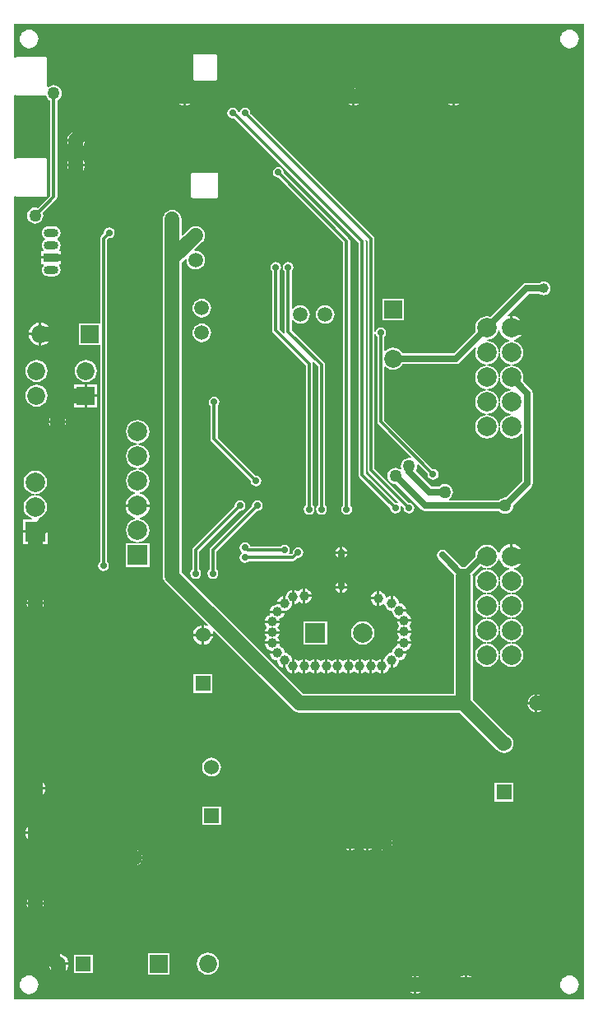
<source format=gbl>
%FSLAX44Y44*%
%MOMM*%
G71*
G01*
G75*
G04 Layer_Physical_Order=2*
G04 Layer_Color=16711680*
%ADD10O,1.5500X0.6000*%
%ADD11R,1.5500X0.6000*%
G04:AMPARAMS|DCode=12|XSize=2mm|YSize=1mm|CornerRadius=0.25mm|HoleSize=0mm|Usage=FLASHONLY|Rotation=90.000|XOffset=0mm|YOffset=0mm|HoleType=Round|Shape=RoundedRectangle|*
%AMROUNDEDRECTD12*
21,1,2.0000,0.5000,0,0,90.0*
21,1,1.5000,1.0000,0,0,90.0*
1,1,0.5000,0.2500,0.7500*
1,1,0.5000,0.2500,-0.7500*
1,1,0.5000,-0.2500,-0.7500*
1,1,0.5000,-0.2500,0.7500*
%
%ADD12ROUNDEDRECTD12*%
%ADD13R,1.0000X2.0000*%
%ADD14R,0.9000X2.0000*%
%ADD15R,2.0000X0.7000*%
%ADD16R,2.0000X0.8000*%
%ADD17R,1.2500X1.2500*%
%ADD18R,1.2500X1.2500*%
%ADD19R,0.6000X2.0000*%
%ADD20R,0.6000X1.5000*%
%ADD21R,1.4000X1.0000*%
%ADD22R,1.6000X3.0000*%
%ADD23O,1.4500X0.4000*%
%ADD24R,1.4500X0.4000*%
%ADD25R,0.7200X1.7800*%
%ADD26O,0.7200X1.7800*%
%ADD27R,2.5000X1.7000*%
%ADD28R,3.5000X1.0000*%
%ADD29R,2.1590X2.7430*%
%ADD30C,1.0000*%
%ADD31C,1.5000*%
%ADD32C,0.7000*%
%ADD33C,0.3000*%
%ADD34C,0.5000*%
%ADD35C,0.4000*%
%ADD36C,1.5000*%
%ADD37R,1.8500X1.8500*%
%ADD38C,1.8500*%
%ADD39R,1.8500X1.8500*%
%ADD40R,1.5000X0.9000*%
%ADD41O,1.5000X0.9000*%
%ADD42R,2.0000X2.0000*%
%ADD43C,2.0000*%
%ADD44R,2.0000X2.0000*%
%ADD45R,1.5000X1.5000*%
%ADD46C,1.5240*%
%ADD47R,1.5240X1.5240*%
%ADD48C,1.2700*%
%ADD49C,1.0000*%
%ADD50C,0.7000*%
G36*
X838200Y273050D02*
X838200Y273050D01*
X251460D01*
Y1099100D01*
X252730Y1099485D01*
X252928Y1099188D01*
X253590Y1098746D01*
X254370Y1098591D01*
X283370D01*
X284150Y1098746D01*
X284812Y1099188D01*
X285254Y1099850D01*
X285409Y1100630D01*
Y1136630D01*
X285254Y1137410D01*
X284812Y1138072D01*
X284150Y1138514D01*
X283370Y1138669D01*
X254370D01*
X253590Y1138514D01*
X252928Y1138072D01*
X252730Y1137775D01*
X251460Y1138161D01*
Y1203100D01*
X252730Y1203485D01*
X252928Y1203188D01*
X253590Y1202746D01*
X254370Y1202591D01*
X283370D01*
X284095Y1202735D01*
X284806Y1201019D01*
X286145Y1199275D01*
X287889Y1197936D01*
X288531Y1197670D01*
Y1100028D01*
X275872Y1087369D01*
X275230Y1087635D01*
X273050Y1087922D01*
X270870Y1087635D01*
X268839Y1086794D01*
X267095Y1085455D01*
X265756Y1083711D01*
X264915Y1081680D01*
X264628Y1079500D01*
X264915Y1077320D01*
X265756Y1075289D01*
X267095Y1073545D01*
X268839Y1072206D01*
X270870Y1071365D01*
X273050Y1071078D01*
X275230Y1071365D01*
X277261Y1072206D01*
X279005Y1073545D01*
X280344Y1075289D01*
X281185Y1077320D01*
X281472Y1079500D01*
X281185Y1081680D01*
X280919Y1082322D01*
X294623Y1096027D01*
X295397Y1097184D01*
X295669Y1098550D01*
Y1197670D01*
X296311Y1197936D01*
X298055Y1199275D01*
X299394Y1201019D01*
X300235Y1203050D01*
X300522Y1205230D01*
X300235Y1207410D01*
X299394Y1209441D01*
X298055Y1211185D01*
X296311Y1212524D01*
X294280Y1213365D01*
X292100Y1213652D01*
X289920Y1213365D01*
X287889Y1212524D01*
X286679Y1211595D01*
X285409Y1212222D01*
Y1240630D01*
X285254Y1241410D01*
X284812Y1242072D01*
X284150Y1242514D01*
X283370Y1242669D01*
X254370D01*
X253590Y1242514D01*
X252928Y1242072D01*
X252730Y1241775D01*
X251460Y1242161D01*
Y1276350D01*
X251460Y1276350D01*
X838200D01*
Y273050D01*
D02*
G37*
%LPC*%
G36*
X273050Y488950D02*
X265520D01*
X265659Y487899D01*
X266555Y485737D01*
X267980Y483880D01*
X269837Y482455D01*
X271999Y481559D01*
X273050Y481421D01*
Y488950D01*
D02*
G37*
G36*
X283120D02*
X275590D01*
Y481421D01*
X276641Y481559D01*
X278803Y482455D01*
X280660Y483880D01*
X282085Y485737D01*
X282981Y487899D01*
X283120Y488950D01*
D02*
G37*
G36*
X577406Y483870D02*
X572770D01*
Y479234D01*
X573857Y479450D01*
X575855Y480785D01*
X577189Y482783D01*
X577406Y483870D01*
D02*
G37*
G36*
X765270Y496030D02*
X746030D01*
Y476790D01*
X765270D01*
Y496030D01*
D02*
G37*
G36*
X570230Y483870D02*
X565594D01*
X565811Y482783D01*
X567145Y480785D01*
X569143Y479450D01*
X570230Y479234D01*
Y483870D01*
D02*
G37*
G36*
Y491046D02*
X569143Y490830D01*
X567145Y489495D01*
X565811Y487497D01*
X565594Y486410D01*
X570230D01*
Y491046D01*
D02*
G37*
G36*
X454660Y521983D02*
X452149Y521652D01*
X449809Y520683D01*
X447799Y519141D01*
X446257Y517132D01*
X445288Y514791D01*
X444957Y512280D01*
X445288Y509769D01*
X446257Y507429D01*
X447799Y505419D01*
X449809Y503877D01*
X452149Y502908D01*
X454660Y502577D01*
X457171Y502908D01*
X459511Y503877D01*
X461521Y505419D01*
X463063Y507429D01*
X464032Y509769D01*
X464363Y512280D01*
X464032Y514791D01*
X463063Y517132D01*
X461521Y519141D01*
X459511Y520683D01*
X457171Y521652D01*
X454660Y521983D01*
D02*
G37*
G36*
X570230Y509270D02*
X565594D01*
X565811Y508183D01*
X567145Y506185D01*
X569143Y504851D01*
X570230Y504634D01*
Y509270D01*
D02*
G37*
G36*
X275590Y499020D02*
Y491490D01*
X283120D01*
X282981Y492541D01*
X282085Y494703D01*
X280660Y496560D01*
X278803Y497985D01*
X276641Y498881D01*
X275590Y499020D01*
D02*
G37*
G36*
X572770Y491046D02*
Y486410D01*
X577406D01*
X577189Y487497D01*
X575855Y489495D01*
X573857Y490830D01*
X572770Y491046D01*
D02*
G37*
G36*
X273050Y499020D02*
X271999Y498881D01*
X269837Y497985D01*
X267980Y496560D01*
X266555Y494703D01*
X265659Y492541D01*
X265520Y491490D01*
X273050D01*
Y499020D01*
D02*
G37*
G36*
X464280Y471900D02*
X445040D01*
Y452660D01*
X464280D01*
Y471900D01*
D02*
G37*
G36*
X634200Y441778D02*
Y435610D01*
X640368D01*
X640276Y436308D01*
X639516Y438143D01*
X638308Y439718D01*
X636732Y440926D01*
X634898Y441686D01*
X634200Y441778D01*
D02*
G37*
G36*
X270510Y443230D02*
X262980D01*
X263119Y442179D01*
X264015Y440017D01*
X265440Y438160D01*
X267297Y436735D01*
X269459Y435839D01*
X270510Y435700D01*
Y443230D01*
D02*
G37*
G36*
X280579D02*
X273050D01*
Y435700D01*
X274101Y435839D01*
X276263Y436735D01*
X278120Y438160D01*
X279545Y440017D01*
X280441Y442179D01*
X280579Y443230D01*
D02*
G37*
G36*
X613880Y441778D02*
X613182Y441686D01*
X611348Y440926D01*
X609772Y439718D01*
X608564Y438143D01*
X607804Y436308D01*
X607712Y435610D01*
X613880D01*
Y441778D01*
D02*
G37*
G36*
X616420D02*
Y435610D01*
X622588D01*
X622496Y436308D01*
X621736Y438143D01*
X620528Y439718D01*
X618952Y440926D01*
X617118Y441686D01*
X616420Y441778D01*
D02*
G37*
G36*
X631660D02*
X630962Y441686D01*
X629128Y440926D01*
X627552Y439718D01*
X626344Y438143D01*
X625584Y436308D01*
X625492Y435610D01*
X631660D01*
Y441778D01*
D02*
G37*
G36*
X273050Y453299D02*
Y445770D01*
X280579D01*
X280441Y446821D01*
X279545Y448983D01*
X278120Y450840D01*
X276263Y452265D01*
X274101Y453161D01*
X273050Y453299D01*
D02*
G37*
G36*
X786130Y452946D02*
X785043Y452729D01*
X783045Y451395D01*
X781711Y449397D01*
X781494Y448310D01*
X786130D01*
Y452946D01*
D02*
G37*
G36*
X788670D02*
Y448310D01*
X793306D01*
X793090Y449397D01*
X791755Y451395D01*
X789757Y452729D01*
X788670Y452946D01*
D02*
G37*
G36*
X786130Y445770D02*
X781494D01*
X781711Y444683D01*
X783045Y442685D01*
X785043Y441351D01*
X786130Y441134D01*
Y445770D01*
D02*
G37*
G36*
X793306D02*
X788670D01*
Y441134D01*
X789757Y441351D01*
X791755Y442685D01*
X793090Y444683D01*
X793306Y445770D01*
D02*
G37*
G36*
X270510Y453299D02*
X269459Y453161D01*
X267297Y452265D01*
X265440Y450840D01*
X264015Y448983D01*
X263119Y446821D01*
X262980Y445770D01*
X270510D01*
Y453299D01*
D02*
G37*
G36*
X582930Y623388D02*
X582232Y623296D01*
X580397Y622536D01*
X578822Y621328D01*
X578148D01*
X576572Y622536D01*
X574738Y623296D01*
X574040Y623388D01*
Y615950D01*
Y608512D01*
X574738Y608604D01*
X576572Y609364D01*
X578148Y610572D01*
X578822D01*
X580397Y609364D01*
X582232Y608604D01*
X582930Y608512D01*
Y615950D01*
Y623388D01*
D02*
G37*
G36*
X594360D02*
X593662Y623296D01*
X591828Y622536D01*
X590252Y621328D01*
X589578D01*
X588003Y622536D01*
X586168Y623296D01*
X585470Y623388D01*
Y615950D01*
Y608512D01*
X586168Y608604D01*
X588003Y609364D01*
X589578Y610572D01*
X590252D01*
X591828Y609364D01*
X593662Y608604D01*
X594360Y608512D01*
Y615950D01*
Y623388D01*
D02*
G37*
G36*
X605790D02*
X605092Y623296D01*
X603257Y622536D01*
X601682Y621328D01*
X601008D01*
X599432Y622536D01*
X597598Y623296D01*
X596900Y623388D01*
Y615950D01*
Y608512D01*
X597598Y608604D01*
X599432Y609364D01*
X601008Y610572D01*
X601682D01*
X603257Y609364D01*
X605092Y608604D01*
X605790Y608512D01*
Y615950D01*
Y623388D01*
D02*
G37*
G36*
X548640D02*
X547942Y623296D01*
X546107Y622536D01*
X544532Y621328D01*
X543858D01*
X542282Y622536D01*
X540448Y623296D01*
X539750Y623388D01*
Y615950D01*
Y608512D01*
X540448Y608604D01*
X542282Y609364D01*
X543858Y610572D01*
X544532D01*
X546107Y609364D01*
X547942Y608604D01*
X548640Y608512D01*
Y615950D01*
Y623388D01*
D02*
G37*
G36*
X560070D02*
X559372Y623296D01*
X557537Y622536D01*
X555962Y621328D01*
X555288D01*
X553713Y622536D01*
X551878Y623296D01*
X551180Y623388D01*
Y615950D01*
Y608512D01*
X551878Y608604D01*
X553713Y609364D01*
X555288Y610572D01*
X555962D01*
X557537Y609364D01*
X559372Y608604D01*
X560070Y608512D01*
Y615950D01*
Y623388D01*
D02*
G37*
G36*
X571500D02*
X570802Y623296D01*
X568968Y622536D01*
X567392Y621328D01*
X566718D01*
X565143Y622536D01*
X563308Y623296D01*
X562610Y623388D01*
Y615950D01*
Y608512D01*
X563308Y608604D01*
X565143Y609364D01*
X566718Y610572D01*
X567392D01*
X568968Y609364D01*
X570802Y608604D01*
X571500Y608512D01*
Y615950D01*
Y623388D01*
D02*
G37*
G36*
X444500Y646900D02*
X435690D01*
X435872Y645518D01*
X436895Y643046D01*
X438524Y640924D01*
X440646Y639295D01*
X443118Y638271D01*
X444500Y638089D01*
Y646900D01*
D02*
G37*
G36*
X455850D02*
X447040D01*
Y638089D01*
X448422Y638271D01*
X450894Y639295D01*
X453016Y640924D01*
X454645Y643046D01*
X455668Y645518D01*
X455850Y646900D01*
D02*
G37*
G36*
X610140Y662344D02*
X607007Y661931D01*
X604088Y660722D01*
X601581Y658799D01*
X599658Y656292D01*
X598449Y653373D01*
X598036Y650240D01*
X598449Y647107D01*
X599658Y644188D01*
X601581Y641682D01*
X604088Y639758D01*
X607007Y638549D01*
X610140Y638136D01*
X613273Y638549D01*
X616192Y639758D01*
X618699Y641682D01*
X620622Y644188D01*
X621831Y647107D01*
X622244Y650240D01*
X621831Y653373D01*
X620622Y656292D01*
X618699Y658799D01*
X616192Y660722D01*
X613273Y661931D01*
X610140Y662344D01*
D02*
G37*
G36*
X617220Y623388D02*
X616522Y623296D01*
X614688Y622536D01*
X613112Y621328D01*
X612438D01*
X610863Y622536D01*
X609028Y623296D01*
X608330Y623388D01*
Y615950D01*
Y608512D01*
X609028Y608604D01*
X610863Y609364D01*
X612438Y610572D01*
X613112D01*
X614688Y609364D01*
X616522Y608604D01*
X617220Y608512D01*
Y615950D01*
Y623388D01*
D02*
G37*
G36*
X628650D02*
X627952Y623296D01*
X626118Y622536D01*
X624542Y621328D01*
X623868D01*
X622293Y622536D01*
X620458Y623296D01*
X619760Y623388D01*
Y615950D01*
Y608512D01*
X620458Y608604D01*
X622293Y609364D01*
X623868Y610572D01*
X624542D01*
X626118Y609364D01*
X627952Y608604D01*
X628650Y608512D01*
Y615950D01*
Y623388D01*
D02*
G37*
G36*
X660218Y638810D02*
X645342D01*
X645434Y638112D01*
X645762Y637319D01*
X645732Y637266D01*
X643897Y636506D01*
X642322Y635298D01*
X641114Y633722D01*
X640354Y631888D01*
X640095Y629920D01*
X640080Y629905D01*
X638112Y629646D01*
X636278Y628886D01*
X634702Y627678D01*
X633494Y626102D01*
X632752Y624313D01*
X632362Y623569D01*
X631888Y623296D01*
X631190Y623388D01*
Y615950D01*
Y608512D01*
X631888Y608604D01*
X633722Y609364D01*
X635298Y610572D01*
X636506Y612147D01*
X637266Y613982D01*
X637335Y614506D01*
X638112Y614954D01*
X638810Y614862D01*
Y622300D01*
X641350D01*
Y614862D01*
X642048Y614954D01*
X643883Y615714D01*
X645458Y616922D01*
X646666Y618498D01*
X647426Y620332D01*
X647685Y622300D01*
X647700Y622315D01*
X649668Y622574D01*
X651503Y623334D01*
X653078Y624542D01*
X654286Y626118D01*
X655046Y627952D01*
X655138Y628650D01*
X647700D01*
Y631190D01*
X655138D01*
X655046Y631888D01*
X654718Y632681D01*
X654748Y632734D01*
X656582Y633494D01*
X658158Y634702D01*
X659366Y636278D01*
X660126Y638112D01*
X660218Y638810D01*
D02*
G37*
G36*
X524328D02*
X509452D01*
X509544Y638112D01*
X510304Y636278D01*
X511512Y634702D01*
X513088Y633494D01*
X514922Y632734D01*
X514952Y632681D01*
X514624Y631888D01*
X514532Y631190D01*
X521970D01*
Y628650D01*
X514532D01*
X514624Y627952D01*
X515384Y626118D01*
X516592Y624542D01*
X518167Y623334D01*
X520002Y622574D01*
X521970Y622315D01*
X521985Y622300D01*
X522244Y620332D01*
X523004Y618498D01*
X524212Y616922D01*
X525788Y615714D01*
X527622Y614954D01*
X528320Y614862D01*
Y622300D01*
X530860D01*
Y614862D01*
X531015Y614883D01*
X531134Y613982D01*
X531894Y612147D01*
X533102Y610572D01*
X534678Y609364D01*
X536512Y608604D01*
X537210Y608512D01*
Y615950D01*
Y623388D01*
X537055Y623367D01*
X536936Y624268D01*
X536176Y626102D01*
X534968Y627678D01*
X533392Y628886D01*
X531558Y629646D01*
X529590Y629905D01*
X529575Y629920D01*
X529316Y631888D01*
X528556Y633722D01*
X527348Y635298D01*
X525773Y636506D01*
X523938Y637266D01*
X523908Y637319D01*
X524236Y638112D01*
X524328Y638810D01*
D02*
G37*
G36*
X570230Y528320D02*
X565594D01*
X565811Y527233D01*
X567145Y525235D01*
X569143Y523900D01*
X570230Y523684D01*
Y528320D01*
D02*
G37*
G36*
X577406D02*
X572770D01*
Y523684D01*
X573857Y523900D01*
X575855Y525235D01*
X577189Y527233D01*
X577406Y528320D01*
D02*
G37*
G36*
X570230Y535496D02*
X569143Y535280D01*
X567145Y533945D01*
X565811Y531947D01*
X565594Y530860D01*
X570230D01*
Y535496D01*
D02*
G37*
G36*
X577406Y509270D02*
X572770D01*
Y504634D01*
X573857Y504851D01*
X575855Y506185D01*
X577189Y508183D01*
X577406Y509270D01*
D02*
G37*
G36*
X570230Y516446D02*
X569143Y516230D01*
X567145Y514895D01*
X565811Y512897D01*
X565594Y511810D01*
X570230D01*
Y516446D01*
D02*
G37*
G36*
X572770D02*
Y511810D01*
X577406D01*
X577189Y512897D01*
X575855Y514895D01*
X573857Y516230D01*
X572770Y516446D01*
D02*
G37*
G36*
X787400Y586650D02*
X786349Y586511D01*
X784187Y585615D01*
X782330Y584190D01*
X780905Y582333D01*
X780009Y580171D01*
X779871Y579120D01*
X787400D01*
Y586650D01*
D02*
G37*
G36*
X789940D02*
Y579120D01*
X797469D01*
X797331Y580171D01*
X796435Y582333D01*
X795010Y584190D01*
X793153Y585615D01*
X790991Y586511D01*
X789940Y586650D01*
D02*
G37*
G36*
X455390Y607790D02*
X436150D01*
Y588550D01*
X455390D01*
Y607790D01*
D02*
G37*
G36*
X572770Y535496D02*
Y530860D01*
X577406D01*
X577189Y531947D01*
X575855Y533945D01*
X573857Y535280D01*
X572770Y535496D01*
D02*
G37*
G36*
X787400Y576580D02*
X779871D01*
X780009Y575529D01*
X780905Y573367D01*
X782330Y571510D01*
X784187Y570085D01*
X786349Y569189D01*
X787400Y569050D01*
Y576580D01*
D02*
G37*
G36*
X797469D02*
X789940D01*
Y569050D01*
X790991Y569189D01*
X793153Y570085D01*
X795010Y571510D01*
X796435Y573367D01*
X797331Y575529D01*
X797469Y576580D01*
D02*
G37*
G36*
X693420Y295728D02*
Y289560D01*
X699588D01*
X699496Y290258D01*
X698736Y292092D01*
X697528Y293668D01*
X695953Y294876D01*
X694118Y295636D01*
X693420Y295728D01*
D02*
G37*
G36*
X715010Y298360D02*
X713959Y298221D01*
X711797Y297325D01*
X709940Y295900D01*
X708515Y294043D01*
X707619Y291881D01*
X707480Y290830D01*
X715010D01*
Y298360D01*
D02*
G37*
G36*
X717550D02*
Y290830D01*
X725079D01*
X724941Y291881D01*
X724045Y294043D01*
X722620Y295900D01*
X720763Y297325D01*
X718601Y298221D01*
X717550Y298360D01*
D02*
G37*
G36*
X662940Y297090D02*
X661889Y296951D01*
X659727Y296055D01*
X657870Y294630D01*
X656445Y292773D01*
X655549Y290611D01*
X655411Y289560D01*
X662940D01*
Y297090D01*
D02*
G37*
G36*
X665480D02*
Y289560D01*
X673009D01*
X672871Y290611D01*
X671975Y292773D01*
X670550Y294630D01*
X668693Y296055D01*
X666531Y296951D01*
X665480Y297090D01*
D02*
G37*
G36*
X690880Y295728D02*
X690182Y295636D01*
X688347Y294876D01*
X686772Y293668D01*
X685564Y292092D01*
X684804Y290258D01*
X684712Y289560D01*
X690880D01*
Y295728D01*
D02*
G37*
G36*
X307139Y308610D02*
X298450D01*
Y299921D01*
X299801Y300098D01*
X302243Y301110D01*
X304341Y302719D01*
X305950Y304817D01*
X306962Y307259D01*
X307139Y308610D01*
D02*
G37*
G36*
X332080Y319380D02*
X313080D01*
Y300380D01*
X332080D01*
Y319380D01*
D02*
G37*
G36*
X295910Y319839D02*
X294559Y319662D01*
X292117Y318650D01*
X290019Y317041D01*
X288410Y314943D01*
X287398Y312501D01*
X287221Y311150D01*
X295910D01*
Y319839D01*
D02*
G37*
G36*
X450850Y321227D02*
X447913Y320840D01*
X445177Y319707D01*
X442826Y317904D01*
X441023Y315553D01*
X439890Y312817D01*
X439503Y309880D01*
X439890Y306943D01*
X441023Y304207D01*
X442826Y301856D01*
X445177Y300053D01*
X447913Y298920D01*
X450850Y298533D01*
X453787Y298920D01*
X456524Y300053D01*
X458874Y301856D01*
X460677Y304207D01*
X461810Y306943D01*
X462197Y309880D01*
X461810Y312817D01*
X460677Y315553D01*
X458874Y317904D01*
X456524Y319707D01*
X453787Y320840D01*
X450850Y321227D01*
D02*
G37*
G36*
X411300Y321130D02*
X388800D01*
Y298630D01*
X411300D01*
Y321130D01*
D02*
G37*
G36*
X295910Y308610D02*
X287221D01*
X287398Y307259D01*
X288410Y304817D01*
X290019Y302719D01*
X292117Y301110D01*
X294559Y300098D01*
X295910Y299921D01*
Y308610D01*
D02*
G37*
G36*
X673009Y287020D02*
X665480D01*
Y279491D01*
X666531Y279629D01*
X668693Y280525D01*
X670550Y281950D01*
X671975Y283807D01*
X672871Y285969D01*
X673009Y287020D01*
D02*
G37*
G36*
X715010Y288290D02*
X707480D01*
X707619Y287239D01*
X708515Y285077D01*
X709940Y283220D01*
X711797Y281795D01*
X713959Y280899D01*
X715010Y280760D01*
Y288290D01*
D02*
G37*
G36*
X725079D02*
X717550D01*
Y280760D01*
X718601Y280899D01*
X720763Y281795D01*
X722620Y283220D01*
X724045Y285077D01*
X724941Y287239D01*
X725079Y288290D01*
D02*
G37*
G36*
X266700Y297872D02*
X264220Y297546D01*
X261909Y296588D01*
X259925Y295065D01*
X258402Y293081D01*
X257444Y290770D01*
X257118Y288290D01*
X257444Y285810D01*
X258402Y283499D01*
X259925Y281514D01*
X261909Y279992D01*
X264220Y279035D01*
X266700Y278708D01*
X269180Y279035D01*
X271491Y279992D01*
X273475Y281514D01*
X274998Y283499D01*
X275956Y285810D01*
X276282Y288290D01*
X275956Y290770D01*
X274998Y293081D01*
X273475Y295065D01*
X271491Y296588D01*
X269180Y297546D01*
X266700Y297872D01*
D02*
G37*
G36*
X822960D02*
X820480Y297546D01*
X818169Y296588D01*
X816184Y295065D01*
X814662Y293081D01*
X813705Y290770D01*
X813378Y288290D01*
X813705Y285810D01*
X814662Y283499D01*
X816184Y281514D01*
X818169Y279992D01*
X820480Y279035D01*
X822960Y278708D01*
X825440Y279035D01*
X827751Y279992D01*
X829735Y281514D01*
X831258Y283499D01*
X832215Y285810D01*
X832542Y288290D01*
X832215Y290770D01*
X831258Y293081D01*
X829735Y295065D01*
X827751Y296588D01*
X825440Y297546D01*
X822960Y297872D01*
D02*
G37*
G36*
X662940Y287020D02*
X655411D01*
X655549Y285969D01*
X656445Y283807D01*
X657870Y281950D01*
X659727Y280525D01*
X661889Y279629D01*
X662940Y279491D01*
Y287020D01*
D02*
G37*
G36*
X699588D02*
X693420D01*
Y280852D01*
X694118Y280944D01*
X695953Y281704D01*
X697528Y282912D01*
X698736Y284487D01*
X699496Y286322D01*
X699588Y287020D01*
D02*
G37*
G36*
X613410Y295728D02*
X612712Y295636D01*
X610877Y294876D01*
X609302Y293668D01*
X608094Y292092D01*
X607334Y290258D01*
X607242Y289560D01*
X613410D01*
Y295728D01*
D02*
G37*
G36*
X615950D02*
Y289560D01*
X622118D01*
X622026Y290258D01*
X621266Y292092D01*
X620058Y293668D01*
X618483Y294876D01*
X616648Y295636D01*
X615950Y295728D01*
D02*
G37*
G36*
X613410Y287020D02*
X607242D01*
X607334Y286322D01*
X608094Y284487D01*
X609302Y282912D01*
X610877Y281704D01*
X612712Y280944D01*
X613410Y280852D01*
Y287020D01*
D02*
G37*
G36*
X622118D02*
X615950D01*
Y280852D01*
X616648Y280944D01*
X618483Y281704D01*
X620058Y282912D01*
X621266Y284487D01*
X622026Y286322D01*
X622118Y287020D01*
D02*
G37*
G36*
X690880D02*
X684712D01*
X684804Y286322D01*
X685564Y284487D01*
X686772Y282912D01*
X688347Y281704D01*
X690182Y280944D01*
X690880Y280852D01*
Y287020D01*
D02*
G37*
G36*
X298450Y319839D02*
Y311150D01*
X307139D01*
X306962Y312501D01*
X305950Y314943D01*
X304341Y317041D01*
X302243Y318650D01*
X299801Y319662D01*
X298450Y319839D01*
D02*
G37*
G36*
X377190Y426538D02*
Y420370D01*
X383358D01*
X383266Y421068D01*
X382506Y422902D01*
X381298Y424478D01*
X379723Y425686D01*
X377888Y426446D01*
X377190Y426538D01*
D02*
G37*
G36*
X596100Y433070D02*
X589932D01*
X590024Y432372D01*
X590784Y430537D01*
X591992Y428962D01*
X593568Y427754D01*
X595402Y426994D01*
X596100Y426902D01*
Y433070D01*
D02*
G37*
G36*
X604808D02*
X598640D01*
Y426902D01*
X599338Y426994D01*
X601172Y427754D01*
X602748Y428962D01*
X603956Y430537D01*
X604716Y432372D01*
X604808Y433070D01*
D02*
G37*
G36*
X374650Y417830D02*
X368482D01*
X368574Y417132D01*
X369334Y415298D01*
X370542Y413722D01*
X372118Y412514D01*
X373952Y411754D01*
X374650Y411662D01*
Y417830D01*
D02*
G37*
G36*
X383358D02*
X377190D01*
Y411662D01*
X377888Y411754D01*
X379723Y412514D01*
X381298Y413722D01*
X382506Y415298D01*
X383266Y417132D01*
X383358Y417830D01*
D02*
G37*
G36*
X374650Y426538D02*
X373952Y426446D01*
X372118Y425686D01*
X370542Y424478D01*
X369334Y422902D01*
X368574Y421068D01*
X368482Y420370D01*
X374650D01*
Y426538D01*
D02*
G37*
G36*
X640368Y433070D02*
X634200D01*
Y426902D01*
X634898Y426994D01*
X636732Y427754D01*
X638308Y428962D01*
X639516Y430537D01*
X640276Y432372D01*
X640368Y433070D01*
D02*
G37*
G36*
X596100Y441778D02*
X595402Y441686D01*
X593568Y440926D01*
X591992Y439718D01*
X590784Y438143D01*
X590024Y436308D01*
X589932Y435610D01*
X596100D01*
Y441778D01*
D02*
G37*
G36*
X598640D02*
Y435610D01*
X604808D01*
X604716Y436308D01*
X603956Y438143D01*
X602748Y439718D01*
X601172Y440926D01*
X599338Y441686D01*
X598640Y441778D01*
D02*
G37*
G36*
X613880Y433070D02*
X607712D01*
X607804Y432372D01*
X608564Y430537D01*
X609772Y428962D01*
X611348Y427754D01*
X613182Y426994D01*
X613880Y426902D01*
Y433070D01*
D02*
G37*
G36*
X622588D02*
X616420D01*
Y426902D01*
X617118Y426994D01*
X618952Y427754D01*
X620528Y428962D01*
X621736Y430537D01*
X622496Y432372D01*
X622588Y433070D01*
D02*
G37*
G36*
X631660D02*
X625492D01*
X625584Y432372D01*
X626344Y430537D01*
X627552Y428962D01*
X629128Y427754D01*
X630962Y426994D01*
X631660Y426902D01*
Y433070D01*
D02*
G37*
G36*
X358140Y352616D02*
Y347980D01*
X362776D01*
X362560Y349067D01*
X361225Y351065D01*
X359227Y352399D01*
X358140Y352616D01*
D02*
G37*
G36*
X271780Y370840D02*
X264251D01*
X264389Y369789D01*
X265285Y367627D01*
X266710Y365770D01*
X268567Y364345D01*
X270729Y363449D01*
X271780Y363311D01*
Y370840D01*
D02*
G37*
G36*
X281849D02*
X274320D01*
Y363311D01*
X275371Y363449D01*
X277533Y364345D01*
X279390Y365770D01*
X280815Y367627D01*
X281711Y369789D01*
X281849Y370840D01*
D02*
G37*
G36*
X355600Y345440D02*
X350964D01*
X351180Y344353D01*
X352515Y342355D01*
X354513Y341021D01*
X355600Y340804D01*
Y345440D01*
D02*
G37*
G36*
X362776D02*
X358140D01*
Y340804D01*
X359227Y341021D01*
X361225Y342355D01*
X362560Y344353D01*
X362776Y345440D01*
D02*
G37*
G36*
X355600Y352616D02*
X354513Y352399D01*
X352515Y351065D01*
X351180Y349067D01*
X350964Y347980D01*
X355600D01*
Y352616D01*
D02*
G37*
G36*
X793306Y396240D02*
X788670D01*
Y391604D01*
X789757Y391820D01*
X791755Y393155D01*
X793090Y395153D01*
X793306Y396240D01*
D02*
G37*
G36*
X786130Y403416D02*
X785043Y403200D01*
X783045Y401865D01*
X781711Y399867D01*
X781494Y398780D01*
X786130D01*
Y403416D01*
D02*
G37*
G36*
X788670D02*
Y398780D01*
X793306D01*
X793090Y399867D01*
X791755Y401865D01*
X789757Y403200D01*
X788670Y403416D01*
D02*
G37*
G36*
X271780Y380910D02*
X270729Y380771D01*
X268567Y379875D01*
X266710Y378450D01*
X265285Y376593D01*
X264389Y374431D01*
X264251Y373380D01*
X271780D01*
Y380910D01*
D02*
G37*
G36*
X274320D02*
Y373380D01*
X281849D01*
X281711Y374431D01*
X280815Y376593D01*
X279390Y378450D01*
X277533Y379875D01*
X275371Y380771D01*
X274320Y380910D01*
D02*
G37*
G36*
X786130Y396240D02*
X781494D01*
X781711Y395153D01*
X783045Y393155D01*
X785043Y391820D01*
X786130Y391604D01*
Y396240D01*
D02*
G37*
G36*
X571500Y987482D02*
X569020Y987156D01*
X566709Y986198D01*
X564725Y984676D01*
X563202Y982691D01*
X562244Y980380D01*
X561918Y977900D01*
X562244Y975420D01*
X563202Y973109D01*
X564725Y971124D01*
X566709Y969602D01*
X569020Y968644D01*
X571500Y968318D01*
X573980Y968644D01*
X576291Y969602D01*
X578275Y971124D01*
X579798Y973109D01*
X580756Y975420D01*
X581082Y977900D01*
X580756Y980380D01*
X579798Y982691D01*
X578275Y984676D01*
X576291Y986198D01*
X573980Y987156D01*
X571500Y987482D01*
D02*
G37*
G36*
X652600Y994230D02*
X630100D01*
Y971730D01*
X652600D01*
Y994230D01*
D02*
G37*
G36*
X764540Y976411D02*
Y965200D01*
X775751D01*
X775487Y967204D01*
X774224Y970254D01*
X772214Y972874D01*
X769594Y974884D01*
X766544Y976147D01*
X764540Y976411D01*
D02*
G37*
G36*
X276860Y969305D02*
X275052Y969066D01*
X272184Y967878D01*
X269721Y965989D01*
X267831Y963526D01*
X266644Y960658D01*
X266406Y958850D01*
X276860D01*
Y969305D01*
D02*
G37*
G36*
X279400D02*
Y958850D01*
X289855D01*
X289617Y960658D01*
X288428Y963526D01*
X286539Y965989D01*
X284076Y967878D01*
X281208Y969066D01*
X279400Y969305D01*
D02*
G37*
G36*
X444500Y993832D02*
X442020Y993505D01*
X439709Y992548D01*
X437725Y991025D01*
X436202Y989041D01*
X435244Y986730D01*
X434918Y984250D01*
X435244Y981770D01*
X436202Y979459D01*
X437725Y977475D01*
X439709Y975952D01*
X442020Y974995D01*
X444500Y974668D01*
X446980Y974995D01*
X449291Y975952D01*
X451275Y977475D01*
X452798Y979459D01*
X453755Y981770D01*
X454082Y984250D01*
X453755Y986730D01*
X452798Y989041D01*
X451275Y991025D01*
X449291Y992548D01*
X446980Y993505D01*
X444500Y993832D01*
D02*
G37*
G36*
X349250Y1067328D02*
X347104Y1066901D01*
X345285Y1065685D01*
X344069Y1063866D01*
X343642Y1061720D01*
X343735Y1061252D01*
X340790Y1058307D01*
X340017Y1057149D01*
X339745Y1055784D01*
Y968830D01*
X317680D01*
Y946330D01*
X339745D01*
Y723464D01*
X339348Y723199D01*
X338133Y721380D01*
X337706Y719234D01*
X338133Y717088D01*
X339348Y715268D01*
X341168Y714053D01*
X343314Y713626D01*
X345460Y714053D01*
X347279Y715268D01*
X348494Y717088D01*
X348921Y719234D01*
X348494Y721380D01*
X347279Y723199D01*
X346882Y723464D01*
Y1054305D01*
X348782Y1056205D01*
X349250Y1056112D01*
X351396Y1056539D01*
X353215Y1057755D01*
X354431Y1059574D01*
X354858Y1061720D01*
X354431Y1063866D01*
X353215Y1065685D01*
X351396Y1066901D01*
X349250Y1067328D01*
D02*
G37*
G36*
X459370Y1123669D02*
X435370D01*
X434590Y1123514D01*
X433928Y1123072D01*
X433486Y1122410D01*
X433331Y1121630D01*
Y1099630D01*
X433486Y1098850D01*
X433928Y1098188D01*
X434590Y1097746D01*
X435370Y1097591D01*
X459370D01*
X460150Y1097746D01*
X460812Y1098188D01*
X461254Y1098850D01*
X461409Y1099630D01*
Y1121630D01*
X461254Y1122410D01*
X460812Y1123072D01*
X460150Y1123514D01*
X459370Y1123669D01*
D02*
G37*
G36*
X292560Y1068276D02*
X286560D01*
X284863Y1068053D01*
X283282Y1067398D01*
X281924Y1066356D01*
X280882Y1064998D01*
X280227Y1063417D01*
X280004Y1061720D01*
X280227Y1060023D01*
X280882Y1058442D01*
X281924Y1057084D01*
X283282Y1056042D01*
Y1054698D01*
X281924Y1053656D01*
X280882Y1052298D01*
X280227Y1050717D01*
X280004Y1049020D01*
X280227Y1047323D01*
X280882Y1045742D01*
X281735Y1044630D01*
X281351Y1043360D01*
X279520D01*
Y1037590D01*
X299600D01*
Y1043360D01*
X297769D01*
X297384Y1044630D01*
X298238Y1045742D01*
X298893Y1047323D01*
X299116Y1049020D01*
X298893Y1050717D01*
X298238Y1052298D01*
X297196Y1053656D01*
X295838Y1054698D01*
Y1056042D01*
X297196Y1057084D01*
X298238Y1058442D01*
X298893Y1060023D01*
X299116Y1061720D01*
X298893Y1063417D01*
X298238Y1064998D01*
X297196Y1066356D01*
X295838Y1067398D01*
X294257Y1068053D01*
X292560Y1068276D01*
D02*
G37*
G36*
X299600Y1035050D02*
X279520D01*
Y1029280D01*
X281351D01*
X281735Y1028010D01*
X280882Y1026898D01*
X280227Y1025317D01*
X280004Y1023620D01*
X280227Y1021923D01*
X280882Y1020342D01*
X281924Y1018984D01*
X283282Y1017942D01*
X284863Y1017287D01*
X286560Y1017064D01*
X292560D01*
X294257Y1017287D01*
X295838Y1017942D01*
X297196Y1018984D01*
X298238Y1020342D01*
X298893Y1021923D01*
X299116Y1023620D01*
X298893Y1025317D01*
X298238Y1026898D01*
X297384Y1028010D01*
X297769Y1029280D01*
X299600D01*
Y1035050D01*
D02*
G37*
G36*
X414020Y1085272D02*
X411540Y1084946D01*
X409229Y1083988D01*
X407244Y1082465D01*
X405722Y1080481D01*
X404765Y1078170D01*
X404438Y1075690D01*
Y1035050D01*
Y923290D01*
Y842010D01*
Y783590D01*
Y708660D01*
X404765Y706180D01*
X405722Y703869D01*
X407244Y701885D01*
X450579Y658550D01*
X449860Y657473D01*
X448422Y658068D01*
X447040Y658251D01*
Y649440D01*
X455850D01*
X455668Y650822D01*
X455073Y652260D01*
X456150Y652980D01*
X538055Y571074D01*
X540039Y569552D01*
X542350Y568595D01*
X544830Y568268D01*
X709771D01*
X748404Y529635D01*
X750389Y528112D01*
X752700Y527155D01*
X752929Y527124D01*
X753139Y527038D01*
X755650Y526707D01*
X758161Y527038D01*
X760501Y528007D01*
X762511Y529549D01*
X764053Y531558D01*
X765022Y533899D01*
X765353Y536410D01*
X765022Y538921D01*
X764053Y541261D01*
X762511Y543271D01*
X760501Y544813D01*
X760205Y544936D01*
X723322Y581819D01*
Y708660D01*
X723130Y710119D01*
X731643Y718632D01*
X731818Y718498D01*
X734737Y717289D01*
X736966Y716995D01*
X736966D01*
X737535Y716920D01*
Y716913D01*
Y716871D01*
Y716798D01*
Y715762D01*
Y715688D01*
Y715647D01*
Y715640D01*
X736966Y715564D01*
D01*
X734737Y715271D01*
X731818Y714062D01*
X729312Y712139D01*
X727388Y709632D01*
X726179Y706713D01*
X725766Y703580D01*
X726179Y700447D01*
X727388Y697528D01*
X729312Y695022D01*
X731818Y693098D01*
X734737Y691889D01*
X736966Y691596D01*
X736966D01*
X737535Y691520D01*
Y691513D01*
Y691471D01*
Y691398D01*
Y690362D01*
Y690288D01*
Y690247D01*
Y690240D01*
X736966Y690164D01*
D01*
X734737Y689871D01*
X731818Y688662D01*
X729312Y686739D01*
X727388Y684232D01*
X726179Y681313D01*
X725766Y678180D01*
X726179Y675047D01*
X727388Y672128D01*
X729312Y669622D01*
X731818Y667698D01*
X734737Y666489D01*
X736966Y666196D01*
X736966D01*
X737535Y666120D01*
Y666113D01*
Y666071D01*
Y665998D01*
Y664962D01*
Y664889D01*
Y664847D01*
Y664840D01*
X736966Y664764D01*
D01*
X734737Y664471D01*
X731818Y663262D01*
X729312Y661339D01*
X727388Y658832D01*
X726179Y655913D01*
X725766Y652780D01*
X726179Y649647D01*
X727388Y646728D01*
X729312Y644221D01*
X731818Y642298D01*
X734737Y641089D01*
X736966Y640796D01*
X736966D01*
X737535Y640720D01*
Y640713D01*
Y640671D01*
Y640598D01*
Y639562D01*
Y639488D01*
Y639447D01*
Y639440D01*
X736966Y639365D01*
D01*
X734737Y639071D01*
X731818Y637862D01*
X729312Y635938D01*
X727388Y633432D01*
X726179Y630513D01*
X725766Y627380D01*
X726179Y624247D01*
X727388Y621328D01*
X729312Y618821D01*
X731818Y616898D01*
X734737Y615689D01*
X737870Y615276D01*
X741003Y615689D01*
X743922Y616898D01*
X746429Y618821D01*
X748352Y621328D01*
X749561Y624247D01*
X749855Y626476D01*
Y626476D01*
X749930Y627046D01*
X749937D01*
X749978D01*
X750052D01*
X751088D01*
X751161D01*
X751203D01*
X751210D01*
X751285Y626476D01*
D01*
X751579Y624247D01*
X752788Y621328D01*
X754712Y618821D01*
X757218Y616898D01*
X760137Y615689D01*
X763270Y615276D01*
X766403Y615689D01*
X769322Y616898D01*
X771829Y618821D01*
X773752Y621328D01*
X774961Y624247D01*
X775374Y627380D01*
X774961Y630513D01*
X773752Y633432D01*
X771829Y635938D01*
X769322Y637862D01*
X766403Y639071D01*
X764174Y639365D01*
X764174D01*
X763605Y639440D01*
Y639447D01*
Y639488D01*
Y639562D01*
Y640598D01*
Y640671D01*
Y640713D01*
Y640720D01*
X764174Y640796D01*
D01*
X766403Y641089D01*
X769322Y642298D01*
X771829Y644221D01*
X773752Y646728D01*
X774961Y649647D01*
X775374Y652780D01*
X774961Y655913D01*
X773752Y658832D01*
X771829Y661339D01*
X769322Y663262D01*
X766403Y664471D01*
X764174Y664764D01*
X764174D01*
X763605Y664840D01*
Y664847D01*
Y664889D01*
Y664962D01*
Y665998D01*
Y666071D01*
Y666113D01*
Y666120D01*
X764174Y666196D01*
D01*
X766403Y666489D01*
X769322Y667698D01*
X771829Y669622D01*
X773752Y672128D01*
X774961Y675047D01*
X775374Y678180D01*
X774961Y681313D01*
X773752Y684232D01*
X771829Y686739D01*
X769322Y688662D01*
X766403Y689871D01*
X764174Y690164D01*
X764174D01*
X763605Y690240D01*
Y690247D01*
Y690288D01*
Y690362D01*
Y691398D01*
Y691471D01*
Y691513D01*
Y691520D01*
X764174Y691596D01*
D01*
X766403Y691889D01*
X769322Y693098D01*
X771829Y695022D01*
X773752Y697528D01*
X774961Y700447D01*
X775374Y703580D01*
X774961Y706713D01*
X773752Y709632D01*
X771829Y712139D01*
X769322Y714062D01*
X766403Y715271D01*
X765673Y715367D01*
Y716648D01*
X766544Y716763D01*
X769594Y718026D01*
X772214Y720036D01*
X774224Y722656D01*
X775487Y725706D01*
X775751Y727710D01*
X763270D01*
Y728980D01*
X762000D01*
Y741461D01*
X759996Y741197D01*
X756946Y739934D01*
X754326Y737924D01*
X752316Y735304D01*
X751053Y732254D01*
X750938Y731383D01*
X749657D01*
X749561Y732113D01*
X748352Y735032D01*
X746429Y737539D01*
X743922Y739462D01*
X741003Y740671D01*
X737870Y741084D01*
X734737Y740671D01*
X731818Y739462D01*
X729312Y737539D01*
X727388Y735032D01*
X726179Y732113D01*
X725766Y728980D01*
X725809Y728659D01*
X715199Y718050D01*
X713740Y718242D01*
X712281Y718050D01*
X696115Y734215D01*
X694296Y735431D01*
X692150Y735858D01*
X690004Y735431D01*
X688185Y734215D01*
X686969Y732396D01*
X686542Y730250D01*
X686969Y728104D01*
X688185Y726285D01*
X704350Y710119D01*
X704158Y708660D01*
Y587432D01*
X548799D01*
X423602Y712629D01*
Y783590D01*
Y842010D01*
Y923290D01*
Y1031081D01*
X427437Y1034916D01*
X428639Y1034323D01*
X428568Y1033780D01*
X428895Y1031300D01*
X429852Y1028989D01*
X431375Y1027004D01*
X433359Y1025482D01*
X435670Y1024525D01*
X438150Y1024198D01*
X440630Y1024525D01*
X442941Y1025482D01*
X444925Y1027004D01*
X446448Y1028989D01*
X447406Y1031300D01*
X447732Y1033780D01*
X447406Y1036260D01*
X446448Y1038571D01*
X444925Y1040555D01*
X442941Y1042078D01*
X440630Y1043036D01*
X438150Y1043362D01*
X437607Y1043290D01*
X437014Y1044493D01*
X444925Y1052404D01*
X446448Y1054389D01*
X447406Y1056700D01*
X447732Y1059180D01*
X447406Y1061660D01*
X446448Y1063971D01*
X444925Y1065956D01*
X442941Y1067478D01*
X440630Y1068436D01*
X438150Y1068762D01*
X435670Y1068436D01*
X433359Y1067478D01*
X431375Y1065956D01*
X424775Y1059356D01*
X423602Y1059842D01*
Y1075690D01*
X423275Y1078170D01*
X422318Y1080481D01*
X420795Y1082465D01*
X418811Y1083988D01*
X416500Y1084946D01*
X414020Y1085272D01*
D02*
G37*
G36*
X533400Y1031768D02*
X531254Y1031341D01*
X529435Y1030125D01*
X528219Y1028306D01*
X527792Y1026160D01*
X528219Y1024014D01*
X529435Y1022195D01*
X529831Y1021930D01*
Y960120D01*
X530084Y958848D01*
X530028Y958773D01*
X528705Y958431D01*
X524269Y962868D01*
Y1021930D01*
X524665Y1022195D01*
X525881Y1024014D01*
X526308Y1026160D01*
X525881Y1028306D01*
X524665Y1030125D01*
X522846Y1031341D01*
X520700Y1031768D01*
X518554Y1031341D01*
X516735Y1030125D01*
X515519Y1028306D01*
X515092Y1026160D01*
X515519Y1024014D01*
X516735Y1022195D01*
X517131Y1021930D01*
Y961390D01*
X517403Y960024D01*
X518177Y958867D01*
X551421Y925622D01*
Y781470D01*
X551025Y781205D01*
X549809Y779386D01*
X549382Y777240D01*
X549809Y775094D01*
X551025Y773275D01*
X552844Y772059D01*
X554990Y771632D01*
X557136Y772059D01*
X558955Y773275D01*
X560171Y775094D01*
X560598Y777240D01*
X560171Y779386D01*
X558955Y781205D01*
X558559Y781470D01*
Y927100D01*
X558306Y928372D01*
X558362Y928447D01*
X559684Y928789D01*
X564121Y924352D01*
Y781470D01*
X563725Y781205D01*
X562509Y779386D01*
X562082Y777240D01*
X562509Y775094D01*
X563725Y773275D01*
X565544Y772059D01*
X567690Y771632D01*
X569836Y772059D01*
X571655Y773275D01*
X572871Y775094D01*
X573298Y777240D01*
X572871Y779386D01*
X571655Y781205D01*
X571259Y781470D01*
Y925830D01*
X570987Y927196D01*
X570213Y928353D01*
X536969Y961598D01*
Y972109D01*
X538239Y972540D01*
X539324Y971124D01*
X541309Y969602D01*
X543620Y968644D01*
X546100Y968318D01*
X548580Y968644D01*
X550891Y969602D01*
X552875Y971124D01*
X554398Y973109D01*
X555355Y975420D01*
X555682Y977900D01*
X555355Y980380D01*
X554398Y982691D01*
X552875Y984676D01*
X550891Y986198D01*
X548580Y987156D01*
X546100Y987482D01*
X543620Y987156D01*
X541309Y986198D01*
X539324Y984676D01*
X538239Y983260D01*
X536969Y983691D01*
Y1021930D01*
X537365Y1022195D01*
X538581Y1024014D01*
X539008Y1026160D01*
X538581Y1028306D01*
X537365Y1030125D01*
X535546Y1031341D01*
X533400Y1031768D01*
D02*
G37*
G36*
X274320Y905427D02*
X271383Y905040D01*
X268647Y903907D01*
X266296Y902104D01*
X264493Y899753D01*
X263360Y897017D01*
X262973Y894080D01*
X263360Y891143D01*
X264493Y888407D01*
X266296Y886056D01*
X268647Y884253D01*
X271383Y883120D01*
X274320Y882733D01*
X277257Y883120D01*
X279993Y884253D01*
X282344Y886056D01*
X284147Y888407D01*
X285280Y891143D01*
X285667Y894080D01*
X285280Y897017D01*
X284147Y899753D01*
X282344Y902104D01*
X279993Y903907D01*
X277257Y905040D01*
X274320Y905427D01*
D02*
G37*
G36*
X323850Y905870D02*
X313330D01*
Y895350D01*
X323850D01*
Y905870D01*
D02*
G37*
G36*
X336910Y892810D02*
X326390D01*
Y882290D01*
X336910D01*
Y892810D01*
D02*
G37*
G36*
X297180Y876209D02*
Y868680D01*
X304709D01*
X304571Y869731D01*
X303675Y871893D01*
X302250Y873750D01*
X300393Y875175D01*
X298231Y876071D01*
X297180Y876209D01*
D02*
G37*
G36*
X323850Y892810D02*
X313330D01*
Y882290D01*
X323850D01*
Y892810D01*
D02*
G37*
G36*
X336910Y905870D02*
X326390D01*
Y895350D01*
X336910D01*
Y905870D01*
D02*
G37*
G36*
X289855Y956310D02*
X279400D01*
Y945855D01*
X281208Y946094D01*
X284076Y947281D01*
X286539Y949171D01*
X288428Y951634D01*
X289617Y954502D01*
X289855Y956310D01*
D02*
G37*
G36*
X444500Y968432D02*
X442020Y968105D01*
X439709Y967148D01*
X437725Y965626D01*
X436202Y963641D01*
X435244Y961330D01*
X434918Y958850D01*
X435244Y956370D01*
X436202Y954059D01*
X437725Y952075D01*
X439709Y950552D01*
X442020Y949594D01*
X444500Y949268D01*
X446980Y949594D01*
X449291Y950552D01*
X451275Y952075D01*
X452798Y954059D01*
X453755Y956370D01*
X454082Y958850D01*
X453755Y961330D01*
X452798Y963641D01*
X451275Y965626D01*
X449291Y967148D01*
X446980Y968105D01*
X444500Y968432D01*
D02*
G37*
G36*
X276860Y956310D02*
X266406D01*
X266644Y954502D01*
X267831Y951634D01*
X269721Y949171D01*
X272184Y947281D01*
X275052Y946094D01*
X276860Y945855D01*
Y956310D01*
D02*
G37*
G36*
X274320Y930827D02*
X271383Y930440D01*
X268647Y929307D01*
X266296Y927504D01*
X264493Y925154D01*
X263360Y922417D01*
X262973Y919480D01*
X263360Y916543D01*
X264493Y913807D01*
X266296Y911456D01*
X268647Y909653D01*
X271383Y908520D01*
X274320Y908133D01*
X277257Y908520D01*
X279993Y909653D01*
X282344Y911456D01*
X284147Y913807D01*
X285280Y916543D01*
X285667Y919480D01*
X285280Y922417D01*
X284147Y925154D01*
X282344Y927504D01*
X279993Y929307D01*
X277257Y930440D01*
X274320Y930827D01*
D02*
G37*
G36*
X325120D02*
X322183Y930440D01*
X319447Y929307D01*
X317096Y927504D01*
X315293Y925154D01*
X314160Y922417D01*
X313773Y919480D01*
X314160Y916543D01*
X315293Y913807D01*
X317096Y911456D01*
X319447Y909653D01*
X322183Y908520D01*
X325120Y908133D01*
X328057Y908520D01*
X330793Y909653D01*
X333144Y911456D01*
X334947Y913807D01*
X336080Y916543D01*
X336467Y919480D01*
X336080Y922417D01*
X334947Y925154D01*
X333144Y927504D01*
X330793Y929307D01*
X328057Y930440D01*
X325120Y930827D01*
D02*
G37*
G36*
X313690Y1130300D02*
X306161D01*
X306299Y1129249D01*
X307195Y1127087D01*
X308620Y1125230D01*
X310477Y1123805D01*
X312639Y1122909D01*
X313690Y1122770D01*
Y1130300D01*
D02*
G37*
G36*
X427990Y1210219D02*
Y1202690D01*
X435519D01*
X435381Y1203741D01*
X434485Y1205903D01*
X433060Y1207760D01*
X431203Y1209185D01*
X429041Y1210081D01*
X427990Y1210219D01*
D02*
G37*
G36*
X599440D02*
X598389Y1210081D01*
X596227Y1209185D01*
X594370Y1207760D01*
X592945Y1205903D01*
X592049Y1203741D01*
X591911Y1202690D01*
X599440D01*
Y1210219D01*
D02*
G37*
G36*
X425450D02*
X424399Y1210081D01*
X422237Y1209185D01*
X420380Y1207760D01*
X418955Y1205903D01*
X418059Y1203741D01*
X417920Y1202690D01*
X425450D01*
Y1210219D01*
D02*
G37*
G36*
X702310Y1200150D02*
X694781D01*
X694919Y1199099D01*
X695815Y1196937D01*
X697240Y1195080D01*
X699097Y1193655D01*
X701259Y1192759D01*
X702310Y1192620D01*
Y1200150D01*
D02*
G37*
G36*
X712380D02*
X704850D01*
Y1192620D01*
X705901Y1192759D01*
X708063Y1193655D01*
X709920Y1195080D01*
X711345Y1196937D01*
X712241Y1199099D01*
X712380Y1200150D01*
D02*
G37*
G36*
X601980Y1210219D02*
Y1202690D01*
X609510D01*
X609371Y1203741D01*
X608475Y1205903D01*
X607050Y1207760D01*
X605193Y1209185D01*
X603031Y1210081D01*
X601980Y1210219D01*
D02*
G37*
G36*
X266700Y1270692D02*
X264220Y1270366D01*
X261909Y1269408D01*
X259925Y1267885D01*
X258402Y1265901D01*
X257444Y1263590D01*
X257118Y1261110D01*
X257444Y1258630D01*
X258402Y1256319D01*
X259925Y1254334D01*
X261909Y1252812D01*
X264220Y1251854D01*
X266700Y1251528D01*
X269180Y1251854D01*
X271491Y1252812D01*
X273475Y1254334D01*
X274998Y1256319D01*
X275956Y1258630D01*
X276282Y1261110D01*
X275956Y1263590D01*
X274998Y1265901D01*
X273475Y1267885D01*
X271491Y1269408D01*
X269180Y1270366D01*
X266700Y1270692D01*
D02*
G37*
G36*
X822960D02*
X820480Y1270366D01*
X818169Y1269408D01*
X816184Y1267885D01*
X814662Y1265901D01*
X813705Y1263590D01*
X813378Y1261110D01*
X813705Y1258630D01*
X814662Y1256319D01*
X816184Y1254334D01*
X818169Y1252812D01*
X820480Y1251854D01*
X822960Y1251528D01*
X825440Y1251854D01*
X827751Y1252812D01*
X829735Y1254334D01*
X831258Y1256319D01*
X832215Y1258630D01*
X832542Y1261110D01*
X832215Y1263590D01*
X831258Y1265901D01*
X829735Y1267885D01*
X827751Y1269408D01*
X825440Y1270366D01*
X822960Y1270692D01*
D02*
G37*
G36*
X458370Y1245671D02*
X437370D01*
X436590Y1245516D01*
X435928Y1245074D01*
X435486Y1244413D01*
X435331Y1243632D01*
Y1220632D01*
X435486Y1219852D01*
X435928Y1219190D01*
X436590Y1218748D01*
X437370Y1218593D01*
X458370D01*
X459150Y1218748D01*
X459812Y1219190D01*
X460254Y1219852D01*
X460409Y1220632D01*
Y1243632D01*
X460254Y1244413D01*
X459812Y1245074D01*
X459150Y1245516D01*
X458370Y1245671D01*
D02*
G37*
G36*
X702310Y1210219D02*
X701259Y1210081D01*
X699097Y1209185D01*
X697240Y1207760D01*
X695815Y1205903D01*
X694919Y1203741D01*
X694781Y1202690D01*
X702310D01*
Y1210219D01*
D02*
G37*
G36*
X704850D02*
Y1202690D01*
X712380D01*
X712241Y1203741D01*
X711345Y1205903D01*
X709920Y1207760D01*
X708063Y1209185D01*
X705901Y1210081D01*
X704850Y1210219D01*
D02*
G37*
G36*
X609510Y1200150D02*
X601980D01*
Y1192620D01*
X603031Y1192759D01*
X605193Y1193655D01*
X607050Y1195080D01*
X608475Y1196937D01*
X609371Y1199099D01*
X609510Y1200150D01*
D02*
G37*
G36*
X313690Y1155700D02*
X306161D01*
X306299Y1154649D01*
X307195Y1152487D01*
X308620Y1150630D01*
X310477Y1149205D01*
X312639Y1148309D01*
X313690Y1148170D01*
Y1155700D01*
D02*
G37*
G36*
X323759D02*
X316230D01*
Y1148170D01*
X317281Y1148309D01*
X319443Y1149205D01*
X321300Y1150630D01*
X322725Y1152487D01*
X323621Y1154649D01*
X323759Y1155700D01*
D02*
G37*
G36*
X316230Y1140369D02*
Y1132840D01*
X323759D01*
X323621Y1133891D01*
X322725Y1136053D01*
X321300Y1137910D01*
X319443Y1139335D01*
X317281Y1140231D01*
X316230Y1140369D01*
D02*
G37*
G36*
X323759Y1130300D02*
X316230D01*
Y1122770D01*
X317281Y1122909D01*
X319443Y1123805D01*
X321300Y1125230D01*
X322725Y1127087D01*
X323621Y1129249D01*
X323759Y1130300D01*
D02*
G37*
G36*
X313690Y1140369D02*
X312639Y1140231D01*
X310477Y1139335D01*
X308620Y1137910D01*
X307195Y1136053D01*
X306299Y1133891D01*
X306161Y1132840D01*
X313690D01*
Y1140369D01*
D02*
G37*
G36*
Y1165770D02*
X312639Y1165631D01*
X310477Y1164735D01*
X308620Y1163310D01*
X307195Y1161453D01*
X306299Y1159291D01*
X306161Y1158240D01*
X313690D01*
Y1165770D01*
D02*
G37*
G36*
X435519Y1200150D02*
X427990D01*
Y1192620D01*
X429041Y1192759D01*
X431203Y1193655D01*
X433060Y1195080D01*
X434485Y1196937D01*
X435381Y1199099D01*
X435519Y1200150D01*
D02*
G37*
G36*
X599440D02*
X591911D01*
X592049Y1199099D01*
X592945Y1196937D01*
X594370Y1195080D01*
X596227Y1193655D01*
X598389Y1192759D01*
X599440Y1192620D01*
Y1200150D01*
D02*
G37*
G36*
X425450D02*
X417920D01*
X418059Y1199099D01*
X418955Y1196937D01*
X420380Y1195080D01*
X422237Y1193655D01*
X424399Y1192759D01*
X425450Y1192620D01*
Y1200150D01*
D02*
G37*
G36*
X316230Y1165770D02*
Y1158240D01*
X323759D01*
X323621Y1159291D01*
X322725Y1161453D01*
X321300Y1163310D01*
X319443Y1164735D01*
X317281Y1165631D01*
X316230Y1165770D01*
D02*
G37*
G36*
X488950Y1190518D02*
X486804Y1190091D01*
X484985Y1188875D01*
X483769Y1187056D01*
X483647Y1186442D01*
X482285Y1185915D01*
X481563Y1186393D01*
X481431Y1187056D01*
X480215Y1188875D01*
X478396Y1190091D01*
X476250Y1190518D01*
X474104Y1190091D01*
X472285Y1188875D01*
X471069Y1187056D01*
X470642Y1184910D01*
X471069Y1182764D01*
X472285Y1180945D01*
X474104Y1179729D01*
X476250Y1179302D01*
X477777Y1179606D01*
X606031Y1051352D01*
Y812800D01*
X606303Y811434D01*
X607077Y810277D01*
X638375Y778978D01*
X638282Y778510D01*
X638709Y776364D01*
X639925Y774545D01*
X641744Y773329D01*
X643890Y772902D01*
X646036Y773329D01*
X647855Y774545D01*
X649071Y776364D01*
X649498Y778510D01*
X649120Y780407D01*
X649872Y781021D01*
X650168Y781155D01*
X652345Y778978D01*
X652252Y778510D01*
X652679Y776364D01*
X653895Y774545D01*
X655714Y773329D01*
X657860Y772902D01*
X660006Y773329D01*
X661825Y774545D01*
X663041Y776364D01*
X663468Y778510D01*
X663041Y780656D01*
X661825Y782475D01*
X660006Y783691D01*
X657860Y784118D01*
X657392Y784025D01*
X622059Y819358D01*
Y957286D01*
X623329Y957411D01*
X623469Y956704D01*
X624685Y954885D01*
X625081Y954620D01*
Y937763D01*
X625031Y937511D01*
Y867460D01*
X625303Y866094D01*
X626077Y864937D01*
X659887Y831126D01*
X659294Y829923D01*
X657860Y830112D01*
X655680Y829825D01*
X653649Y828984D01*
X651905Y827645D01*
X650566Y825901D01*
X649725Y823870D01*
X649438Y821690D01*
X649725Y819510D01*
X649926Y819024D01*
X648883Y818223D01*
X648101Y818824D01*
X646070Y819665D01*
X643890Y819952D01*
X641710Y819665D01*
X639679Y818824D01*
X637935Y817485D01*
X636596Y815741D01*
X635755Y813710D01*
X635468Y811530D01*
X635755Y809350D01*
X636596Y807319D01*
X637935Y805575D01*
X639679Y804236D01*
X641710Y803395D01*
X643890Y803108D01*
X644324Y803165D01*
X670405Y777085D01*
X672224Y775869D01*
X674370Y775442D01*
X750698D01*
X750965Y775095D01*
X752709Y773756D01*
X754740Y772915D01*
X756920Y772628D01*
X759100Y772915D01*
X761131Y773756D01*
X762875Y775095D01*
X764214Y776839D01*
X765055Y778870D01*
X765342Y781050D01*
X765285Y781484D01*
X783745Y799945D01*
X784961Y801764D01*
X785388Y803910D01*
Y896620D01*
X784961Y898766D01*
X783745Y900585D01*
X774777Y909553D01*
X774961Y909997D01*
X775374Y913130D01*
X774961Y916263D01*
X773752Y919182D01*
X771829Y921689D01*
X769322Y923612D01*
X766403Y924821D01*
X764174Y925115D01*
X764174D01*
X763605Y925190D01*
Y925197D01*
Y925238D01*
Y925312D01*
Y926348D01*
Y926422D01*
Y926463D01*
Y926470D01*
X764174Y926545D01*
D01*
X766403Y926839D01*
X769322Y928048D01*
X771829Y929971D01*
X773752Y932478D01*
X774961Y935397D01*
X775374Y938530D01*
X774961Y941663D01*
X773752Y944582D01*
X771829Y947088D01*
X769322Y949012D01*
X766403Y950221D01*
X765673Y950317D01*
Y951598D01*
X766544Y951713D01*
X769594Y952976D01*
X772214Y954986D01*
X774224Y957606D01*
X775487Y960656D01*
X775751Y962660D01*
X763270D01*
Y963930D01*
X762000D01*
Y976411D01*
X759996Y976147D01*
X759685Y976018D01*
X758965Y977095D01*
X780833Y998962D01*
X792099D01*
X792760Y998456D01*
X794463Y997750D01*
X796290Y997510D01*
X798117Y997750D01*
X799820Y998456D01*
X801282Y999578D01*
X802404Y1001040D01*
X803110Y1002743D01*
X803350Y1004570D01*
X803110Y1006397D01*
X802404Y1008100D01*
X801282Y1009562D01*
X799820Y1010685D01*
X798117Y1011390D01*
X796290Y1011630D01*
X794463Y1011390D01*
X792760Y1010685D01*
X792099Y1010178D01*
X778510D01*
X776364Y1009751D01*
X774545Y1008535D01*
X741447Y975437D01*
X741003Y975621D01*
X737870Y976034D01*
X734737Y975621D01*
X731818Y974412D01*
X729312Y972488D01*
X727388Y969982D01*
X726179Y967063D01*
X725766Y963930D01*
X726179Y960797D01*
X726363Y960353D01*
X703797Y937788D01*
X651204D01*
X651177Y937853D01*
X649374Y940204D01*
X647023Y942007D01*
X644287Y943140D01*
X641350Y943527D01*
X638413Y943140D01*
X635676Y942007D01*
X633489Y940328D01*
X632219Y940631D01*
Y954620D01*
X632615Y954885D01*
X633831Y956704D01*
X634258Y958850D01*
X633831Y960996D01*
X632615Y962815D01*
X630796Y964031D01*
X628650Y964458D01*
X626504Y964031D01*
X624685Y962815D01*
X623469Y960996D01*
X623329Y960289D01*
X622059Y960415D01*
Y1055370D01*
X621787Y1056736D01*
X621013Y1057893D01*
X494465Y1184442D01*
X494558Y1184910D01*
X494131Y1187056D01*
X492915Y1188875D01*
X491096Y1190091D01*
X488950Y1190518D01*
D02*
G37*
G36*
X294640Y876209D02*
X293589Y876071D01*
X291427Y875175D01*
X289570Y873750D01*
X288145Y871893D01*
X287249Y869731D01*
X287111Y868680D01*
X294640D01*
Y876209D01*
D02*
G37*
G36*
X624840Y693238D02*
X624142Y693146D01*
X622308Y692386D01*
X620732Y691178D01*
X619524Y689603D01*
X618764Y687768D01*
X618672Y687070D01*
X624840D01*
Y693238D01*
D02*
G37*
G36*
X537210Y694508D02*
X536512Y694416D01*
X534678Y693656D01*
X533102Y692448D01*
X531894Y690872D01*
X531134Y689038D01*
X531015Y688137D01*
X530860Y688158D01*
Y680720D01*
X529590D01*
Y679450D01*
X521020D01*
X520892Y679293D01*
X520002Y679176D01*
X518167Y678416D01*
X516592Y677208D01*
X515384Y675632D01*
X514624Y673798D01*
X514532Y673100D01*
X530540D01*
X530668Y673257D01*
X531558Y673374D01*
X533392Y674134D01*
X534968Y675342D01*
X536176Y676917D01*
X536936Y678752D01*
X537055Y679653D01*
X537210Y679632D01*
Y687070D01*
Y694508D01*
D02*
G37*
G36*
X528320Y688158D02*
X527622Y688066D01*
X525788Y687306D01*
X524212Y686098D01*
X523004Y684522D01*
X522244Y682688D01*
X522152Y681990D01*
X528320D01*
Y688158D01*
D02*
G37*
G36*
X271780Y689520D02*
X270729Y689381D01*
X268567Y688485D01*
X266710Y687060D01*
X265285Y685203D01*
X264389Y683041D01*
X264251Y681990D01*
X271780D01*
Y689520D01*
D02*
G37*
G36*
X274320D02*
Y681990D01*
X281849D01*
X281711Y683041D01*
X280815Y685203D01*
X279390Y687060D01*
X277533Y688485D01*
X275371Y689381D01*
X274320Y689520D01*
D02*
G37*
G36*
X551180Y695778D02*
Y689610D01*
X557348D01*
X557256Y690308D01*
X556496Y692142D01*
X555288Y693718D01*
X553713Y694926D01*
X551878Y695686D01*
X551180Y695778D01*
D02*
G37*
G36*
X586740Y703136D02*
X585653Y702919D01*
X583655Y701585D01*
X582321Y699587D01*
X582104Y698500D01*
X586740D01*
Y703136D01*
D02*
G37*
G36*
X589280D02*
Y698500D01*
X593916D01*
X593699Y699587D01*
X592365Y701585D01*
X590367Y702919D01*
X589280Y703136D01*
D02*
G37*
G36*
X548640Y695778D02*
X547942Y695686D01*
X546107Y694926D01*
X544532Y693718D01*
X544216Y693305D01*
X542957Y693139D01*
X542282Y693656D01*
X540448Y694416D01*
X539750Y694508D01*
Y687070D01*
Y679632D01*
X540448Y679724D01*
X542282Y680484D01*
X543858Y681692D01*
X544174Y682105D01*
X545434Y682271D01*
X546107Y681754D01*
X547942Y680994D01*
X548640Y680902D01*
Y688340D01*
Y695778D01*
D02*
G37*
G36*
X586740Y695960D02*
X582104D01*
X582321Y694873D01*
X583655Y692875D01*
X585653Y691541D01*
X586740Y691324D01*
Y695960D01*
D02*
G37*
G36*
X593916D02*
X589280D01*
Y691324D01*
X590367Y691541D01*
X592365Y692875D01*
X593699Y694873D01*
X593916Y695960D01*
D02*
G37*
G36*
X557348Y687070D02*
X551180D01*
Y680902D01*
X551878Y680994D01*
X553713Y681754D01*
X555288Y682962D01*
X556496Y684538D01*
X557256Y686372D01*
X557348Y687070D01*
D02*
G37*
G36*
X444500Y658251D02*
X443118Y658068D01*
X440646Y657045D01*
X438524Y655416D01*
X436895Y653294D01*
X435872Y650822D01*
X435690Y649440D01*
X444500D01*
Y658251D01*
D02*
G37*
G36*
X524328Y660400D02*
X509452D01*
X509544Y659702D01*
X510304Y657868D01*
X510759Y657275D01*
X511498Y656273D01*
X510759Y655270D01*
X510304Y654678D01*
X509544Y652843D01*
X509452Y652145D01*
X524328D01*
X524236Y652843D01*
X523476Y654678D01*
X523022Y655270D01*
X522282Y656273D01*
X523022Y657275D01*
X523476Y657868D01*
X524236Y659702D01*
X524328Y660400D01*
D02*
G37*
G36*
X660218Y650240D02*
X645342D01*
X645434Y649542D01*
X646194Y647708D01*
X647402Y646132D01*
Y645458D01*
X646194Y643883D01*
X645434Y642048D01*
X645342Y641350D01*
X660218D01*
X660126Y642048D01*
X659366Y643883D01*
X658158Y645458D01*
Y646132D01*
X659366Y647708D01*
X660126Y649542D01*
X660218Y650240D01*
D02*
G37*
G36*
X573340Y662240D02*
X549340D01*
Y638240D01*
X573340D01*
Y662240D01*
D02*
G37*
G36*
X524328Y649605D02*
X509452D01*
X509544Y648907D01*
X510304Y647073D01*
X510759Y646480D01*
X511498Y645478D01*
X510759Y644475D01*
X510304Y643883D01*
X509544Y642048D01*
X509452Y641350D01*
X524328D01*
X524236Y642048D01*
X523476Y643883D01*
X523022Y644475D01*
X522282Y645478D01*
X523022Y646480D01*
X523476Y647073D01*
X524236Y648907D01*
X524328Y649605D01*
D02*
G37*
G36*
X660218Y661670D02*
X645342D01*
X645434Y660972D01*
X646194Y659137D01*
X647402Y657562D01*
Y656888D01*
X646194Y655312D01*
X645434Y653478D01*
X645342Y652780D01*
X660218D01*
X660126Y653478D01*
X659366Y655312D01*
X658158Y656888D01*
Y657562D01*
X659366Y659137D01*
X660126Y660972D01*
X660218Y661670D01*
D02*
G37*
G36*
X281849Y679450D02*
X274320D01*
Y671920D01*
X275371Y672059D01*
X277533Y672955D01*
X279390Y674380D01*
X280815Y676237D01*
X281711Y678399D01*
X281849Y679450D01*
D02*
G37*
G36*
X624840Y684530D02*
X618672D01*
X618764Y683832D01*
X619524Y681998D01*
X620732Y680422D01*
X622308Y679214D01*
X624142Y678454D01*
X624840Y678362D01*
Y684530D01*
D02*
G37*
G36*
X271780Y679450D02*
X264251D01*
X264389Y678399D01*
X265285Y676237D01*
X266710Y674380D01*
X268567Y672955D01*
X270729Y672059D01*
X271780Y671920D01*
Y679450D01*
D02*
G37*
G36*
X529408Y670560D02*
X514532D01*
X514624Y669862D01*
X514952Y669069D01*
X514922Y669016D01*
X513088Y668256D01*
X511512Y667048D01*
X510304Y665472D01*
X509544Y663638D01*
X509452Y662940D01*
X524328D01*
X524236Y663638D01*
X523908Y664431D01*
X523938Y664484D01*
X525773Y665244D01*
X527348Y666452D01*
X528556Y668027D01*
X529316Y669862D01*
X529408Y670560D01*
D02*
G37*
G36*
X627380Y693238D02*
Y685800D01*
Y678362D01*
X628078Y678454D01*
X629912Y679214D01*
X631256Y680245D01*
X632122Y680058D01*
X632598Y679784D01*
X632734Y678752D01*
X633494Y676917D01*
X634702Y675342D01*
X636278Y674134D01*
X638112Y673374D01*
X640080Y673115D01*
X640095Y673100D01*
X640354Y671132D01*
X641114Y669297D01*
X642322Y667722D01*
X643897Y666514D01*
X645732Y665754D01*
X645762Y665701D01*
X645434Y664908D01*
X645342Y664210D01*
X660218D01*
X660126Y664908D01*
X659366Y666742D01*
X658158Y668318D01*
X656582Y669526D01*
X654748Y670286D01*
X654718Y670339D01*
X655046Y671132D01*
X655138Y671830D01*
X647700D01*
Y674370D01*
X655138D01*
X655046Y675068D01*
X654286Y676902D01*
X653078Y678478D01*
X651503Y679686D01*
X649668Y680446D01*
X647700Y680705D01*
X647685Y680720D01*
X647426Y682688D01*
X646666Y684522D01*
X645458Y686098D01*
X643883Y687306D01*
X642048Y688066D01*
X641350Y688158D01*
Y680720D01*
X638810D01*
Y688158D01*
X638112Y688066D01*
X636278Y687306D01*
X634934Y686275D01*
X634068Y686462D01*
X633592Y686736D01*
X633456Y687768D01*
X632696Y689603D01*
X631488Y691178D01*
X629912Y692386D01*
X628078Y693146D01*
X627380Y693238D01*
D02*
G37*
G36*
X390460Y742250D02*
X366460D01*
Y718250D01*
X390460D01*
Y742250D01*
D02*
G37*
G36*
X523240Y1129558D02*
X521094Y1129131D01*
X519275Y1127915D01*
X518059Y1126096D01*
X517632Y1123950D01*
X518059Y1121804D01*
X519275Y1119985D01*
X521094Y1118769D01*
X523240Y1118342D01*
X523708Y1118435D01*
X590071Y1052072D01*
Y781470D01*
X589675Y781205D01*
X588459Y779386D01*
X588032Y777240D01*
X588459Y775094D01*
X589675Y773275D01*
X591494Y772059D01*
X593640Y771632D01*
X595786Y772059D01*
X597605Y773275D01*
X598821Y775094D01*
X599248Y777240D01*
X598821Y779386D01*
X597605Y781205D01*
X597209Y781470D01*
Y1053550D01*
X596937Y1054916D01*
X596163Y1056073D01*
X528755Y1123482D01*
X528848Y1123950D01*
X528421Y1126096D01*
X527205Y1127915D01*
X525386Y1129131D01*
X523240Y1129558D01*
D02*
G37*
G36*
X304709Y866140D02*
X297180D01*
Y858611D01*
X298231Y858749D01*
X300393Y859645D01*
X302250Y861070D01*
X303675Y862927D01*
X304571Y865089D01*
X304709Y866140D01*
D02*
G37*
G36*
X390941Y779780D02*
X365979D01*
X366243Y777776D01*
X367506Y774726D01*
X369516Y772106D01*
X372136Y770096D01*
X375186Y768833D01*
X376057Y768718D01*
Y767437D01*
X375327Y767341D01*
X372408Y766132D01*
X369902Y764209D01*
X367978Y761702D01*
X366769Y758783D01*
X366356Y755650D01*
X366769Y752517D01*
X367978Y749598D01*
X369902Y747092D01*
X372408Y745168D01*
X375327Y743959D01*
X378460Y743546D01*
X381593Y743959D01*
X384512Y745168D01*
X387019Y747092D01*
X388942Y749598D01*
X390151Y752517D01*
X390564Y755650D01*
X390151Y758783D01*
X388942Y761702D01*
X387019Y764209D01*
X384512Y766132D01*
X381593Y767341D01*
X380863Y767437D01*
Y768718D01*
X381734Y768833D01*
X384784Y770096D01*
X387404Y772106D01*
X389414Y774726D01*
X390677Y777776D01*
X390941Y779780D01*
D02*
G37*
G36*
X273050Y817284D02*
X269917Y816871D01*
X266998Y815662D01*
X264492Y813738D01*
X262568Y811232D01*
X261359Y808313D01*
X260946Y805180D01*
X261359Y802047D01*
X262568Y799128D01*
X264492Y796621D01*
X266998Y794698D01*
X269917Y793489D01*
X272146Y793195D01*
X272146D01*
X272715Y793120D01*
Y793113D01*
Y793072D01*
Y792998D01*
Y791962D01*
Y791889D01*
Y791847D01*
Y791840D01*
X272146Y791765D01*
D01*
X269917Y791471D01*
X266998Y790262D01*
X264492Y788338D01*
X262568Y785832D01*
X261359Y782913D01*
X260946Y779780D01*
X261359Y776647D01*
X262568Y773728D01*
X264492Y771221D01*
X266998Y769298D01*
X269673Y768190D01*
X269421Y766920D01*
X260510D01*
Y755650D01*
X285590D01*
Y766920D01*
X276679D01*
X276427Y768190D01*
X279102Y769298D01*
X281609Y771221D01*
X283532Y773728D01*
X284741Y776647D01*
X285154Y779780D01*
X284741Y782913D01*
X283532Y785832D01*
X281609Y788338D01*
X279102Y790262D01*
X276183Y791471D01*
X273954Y791765D01*
X273954D01*
X273384Y791840D01*
Y791847D01*
Y791889D01*
Y791962D01*
Y792998D01*
Y793072D01*
Y793113D01*
Y793120D01*
X273954Y793195D01*
D01*
X276183Y793489D01*
X279102Y794698D01*
X281609Y796621D01*
X283532Y799128D01*
X284741Y802047D01*
X285154Y805180D01*
X284741Y808313D01*
X283532Y811232D01*
X281609Y813738D01*
X279102Y815662D01*
X276183Y816871D01*
X273050Y817284D01*
D02*
G37*
G36*
X294640Y866140D02*
X287111D01*
X287249Y865089D01*
X288145Y862927D01*
X289570Y861070D01*
X291427Y859645D01*
X293589Y858749D01*
X294640Y858611D01*
Y866140D01*
D02*
G37*
G36*
X501650Y786658D02*
X499504Y786231D01*
X497685Y785015D01*
X496469Y783196D01*
X496042Y781050D01*
X496135Y780582D01*
X453407Y737853D01*
X452633Y736696D01*
X452361Y735330D01*
Y715430D01*
X451965Y715165D01*
X450749Y713346D01*
X450322Y711200D01*
X450749Y709054D01*
X451965Y707235D01*
X453784Y706019D01*
X455930Y705592D01*
X458076Y706019D01*
X459895Y707235D01*
X461111Y709054D01*
X461538Y711200D01*
X461111Y713346D01*
X459895Y715165D01*
X459499Y715430D01*
Y733852D01*
X501182Y775535D01*
X501650Y775442D01*
X503796Y775869D01*
X505615Y777085D01*
X506831Y778904D01*
X507258Y781050D01*
X506831Y783196D01*
X505615Y785015D01*
X503796Y786231D01*
X501650Y786658D01*
D02*
G37*
G36*
X378460Y869354D02*
X375327Y868941D01*
X372408Y867732D01*
X369902Y865808D01*
X367978Y863302D01*
X366769Y860383D01*
X366356Y857250D01*
X366769Y854117D01*
X367978Y851198D01*
X369902Y848691D01*
X372408Y846768D01*
X375327Y845559D01*
X377556Y845266D01*
X377556D01*
X378125Y845190D01*
Y845183D01*
Y845142D01*
Y845068D01*
Y844032D01*
Y843959D01*
Y843917D01*
Y843910D01*
X377556Y843835D01*
D01*
X375327Y843541D01*
X372408Y842332D01*
X369902Y840408D01*
X367978Y837902D01*
X366769Y834983D01*
X366356Y831850D01*
X366769Y828717D01*
X367978Y825798D01*
X369902Y823291D01*
X372408Y821368D01*
X375327Y820159D01*
X377556Y819865D01*
X377556D01*
X378125Y819790D01*
Y819783D01*
Y819742D01*
Y819668D01*
Y818632D01*
Y818559D01*
Y818517D01*
Y818510D01*
X377556Y818435D01*
D01*
X375327Y818141D01*
X372408Y816932D01*
X369902Y815008D01*
X367978Y812502D01*
X366769Y809583D01*
X366356Y806450D01*
X366769Y803317D01*
X367978Y800398D01*
X369902Y797891D01*
X372408Y795968D01*
X375327Y794759D01*
X376057Y794663D01*
Y793382D01*
X375186Y793267D01*
X372136Y792004D01*
X369516Y789994D01*
X367506Y787374D01*
X366243Y784324D01*
X365979Y782320D01*
X390941D01*
X390677Y784324D01*
X389414Y787374D01*
X387404Y789994D01*
X384784Y792004D01*
X381734Y793267D01*
X380863Y793382D01*
Y794663D01*
X381593Y794759D01*
X384512Y795968D01*
X387019Y797891D01*
X388942Y800398D01*
X390151Y803317D01*
X390564Y806450D01*
X390151Y809583D01*
X388942Y812502D01*
X387019Y815008D01*
X384512Y816932D01*
X381593Y818141D01*
X379364Y818435D01*
X379364D01*
X378795Y818510D01*
Y818517D01*
Y818559D01*
Y818632D01*
Y819668D01*
Y819742D01*
Y819783D01*
Y819790D01*
X379364Y819865D01*
D01*
X381593Y820159D01*
X384512Y821368D01*
X387019Y823291D01*
X388942Y825798D01*
X390151Y828717D01*
X390564Y831850D01*
X390151Y834983D01*
X388942Y837902D01*
X387019Y840408D01*
X384512Y842332D01*
X381593Y843541D01*
X379364Y843835D01*
X379364D01*
X378795Y843910D01*
Y843917D01*
Y843959D01*
Y844032D01*
Y845068D01*
Y845142D01*
Y845183D01*
Y845190D01*
X379364Y845266D01*
D01*
X381593Y845559D01*
X384512Y846768D01*
X387019Y848691D01*
X388942Y851198D01*
X390151Y854117D01*
X390564Y857250D01*
X390151Y860383D01*
X388942Y863302D01*
X387019Y865808D01*
X384512Y867732D01*
X381593Y868941D01*
X378460Y869354D01*
D02*
G37*
G36*
X457200Y893338D02*
X455054Y892911D01*
X453235Y891695D01*
X452019Y889876D01*
X451592Y887730D01*
X452019Y885584D01*
X453235Y883765D01*
X453631Y883500D01*
Y849630D01*
X453903Y848264D01*
X454677Y847107D01*
X494865Y806918D01*
X494772Y806450D01*
X495199Y804304D01*
X496415Y802485D01*
X498234Y801269D01*
X500380Y800842D01*
X502526Y801269D01*
X504345Y802485D01*
X505561Y804304D01*
X505988Y806450D01*
X505561Y808596D01*
X504345Y810415D01*
X502526Y811631D01*
X500380Y812058D01*
X499912Y811965D01*
X460769Y851108D01*
Y883500D01*
X461165Y883765D01*
X462381Y885584D01*
X462808Y887730D01*
X462381Y889876D01*
X461165Y891695D01*
X459346Y892911D01*
X457200Y893338D01*
D02*
G37*
G36*
X483870Y786658D02*
X481724Y786231D01*
X479905Y785015D01*
X478689Y783196D01*
X478262Y781050D01*
X478355Y780582D01*
X435627Y737853D01*
X434853Y736696D01*
X434581Y735330D01*
Y715430D01*
X434185Y715165D01*
X432969Y713346D01*
X432542Y711200D01*
X432969Y709054D01*
X434185Y707235D01*
X436004Y706019D01*
X438150Y705592D01*
X440296Y706019D01*
X442115Y707235D01*
X443331Y709054D01*
X443758Y711200D01*
X443331Y713346D01*
X442115Y715165D01*
X441719Y715430D01*
Y733852D01*
X483402Y775535D01*
X483870Y775442D01*
X486016Y775869D01*
X487835Y777085D01*
X489051Y778904D01*
X489478Y781050D01*
X489051Y783196D01*
X487835Y785015D01*
X486016Y786231D01*
X483870Y786658D01*
D02*
G37*
G36*
X488950Y743478D02*
X486804Y743051D01*
X484985Y741835D01*
X483769Y740016D01*
X483342Y737870D01*
X483769Y735724D01*
X484985Y733905D01*
X485703Y733425D01*
Y732155D01*
X484985Y731675D01*
X483769Y729856D01*
X483342Y727710D01*
X483769Y725564D01*
X484985Y723745D01*
X486804Y722529D01*
X488950Y722102D01*
X491096Y722529D01*
X492915Y723745D01*
X493180Y724141D01*
X538480D01*
X539846Y724413D01*
X541003Y725187D01*
X543092Y727275D01*
X543560Y727182D01*
X545706Y727609D01*
X547525Y728825D01*
X548741Y730644D01*
X549168Y732790D01*
X548741Y734936D01*
X547525Y736755D01*
X545706Y737971D01*
X543560Y738398D01*
X541414Y737971D01*
X539595Y736755D01*
X538379Y734936D01*
X537952Y732790D01*
X538045Y732322D01*
X537002Y731279D01*
X535025D01*
X534346Y732549D01*
X534771Y733184D01*
X535198Y735330D01*
X534771Y737476D01*
X533555Y739295D01*
X531736Y740511D01*
X529590Y740938D01*
X527444Y740511D01*
X525625Y739295D01*
X525360Y738899D01*
X494353D01*
X494131Y740016D01*
X492915Y741835D01*
X491096Y743051D01*
X488950Y743478D01*
D02*
G37*
G36*
X764540Y741461D02*
Y730250D01*
X775751D01*
X775487Y732254D01*
X774224Y735304D01*
X772214Y737924D01*
X769594Y739934D01*
X766544Y741197D01*
X764540Y741461D01*
D02*
G37*
G36*
X586740Y731520D02*
X582104D01*
X582321Y730433D01*
X583655Y728435D01*
X585653Y727101D01*
X586740Y726884D01*
Y731520D01*
D02*
G37*
G36*
X593916D02*
X589280D01*
Y726884D01*
X590367Y727101D01*
X592365Y728435D01*
X593699Y730433D01*
X593916Y731520D01*
D02*
G37*
G36*
X271780Y753110D02*
X260510D01*
Y741840D01*
X271780D01*
Y753110D01*
D02*
G37*
G36*
X285590D02*
X274320D01*
Y741840D01*
X285590D01*
Y753110D01*
D02*
G37*
G36*
X589280Y738696D02*
Y734060D01*
X593916D01*
X593699Y735147D01*
X592365Y737145D01*
X590367Y738480D01*
X589280Y738696D01*
D02*
G37*
G36*
X586740D02*
X585653Y738480D01*
X583655Y737145D01*
X582321Y735147D01*
X582104Y734060D01*
X586740D01*
Y738696D01*
D02*
G37*
%LPD*%
G36*
X751579Y909997D02*
X752788Y907078D01*
X754712Y904572D01*
X757218Y902648D01*
X760137Y901439D01*
X762935Y901070D01*
Y899790D01*
X760137Y899421D01*
X757218Y898212D01*
X754712Y896289D01*
X752788Y893782D01*
X751579Y890863D01*
X751210Y888064D01*
X749930D01*
X749561Y890863D01*
X748352Y893782D01*
X746429Y896289D01*
X743922Y898212D01*
X741003Y899421D01*
X738204Y899790D01*
Y901070D01*
X741003Y901439D01*
X743922Y902648D01*
X746429Y904572D01*
X748352Y907078D01*
X749561Y909997D01*
X749930Y912795D01*
X751210D01*
X751579Y909997D01*
D02*
G37*
G36*
Y884597D02*
X752788Y881678D01*
X754712Y879172D01*
X757218Y877248D01*
X760137Y876039D01*
X762935Y875670D01*
Y874389D01*
X760137Y874021D01*
X757218Y872812D01*
X754712Y870889D01*
X752788Y868382D01*
X751579Y865463D01*
X751210Y862664D01*
X749930D01*
X749561Y865463D01*
X748352Y868382D01*
X746429Y870889D01*
X743922Y872812D01*
X741003Y874021D01*
X738204Y874389D01*
Y875670D01*
X741003Y876039D01*
X743922Y877248D01*
X746429Y879172D01*
X748352Y881678D01*
X749561Y884597D01*
X749930Y887395D01*
X751210D01*
X751579Y884597D01*
D02*
G37*
G36*
Y649647D02*
X752788Y646728D01*
X754712Y644221D01*
X757218Y642298D01*
X760137Y641089D01*
X762366Y640796D01*
X762366D01*
X762935Y640720D01*
Y640713D01*
Y640671D01*
Y640598D01*
Y639562D01*
Y639488D01*
Y639447D01*
Y639440D01*
X762366Y639365D01*
D01*
X760137Y639071D01*
X757218Y637862D01*
X754712Y635938D01*
X752788Y633432D01*
X751579Y630513D01*
X751285Y628284D01*
Y628284D01*
X751210Y627715D01*
X751203D01*
X751161D01*
X751088D01*
X750052D01*
X749978D01*
X749937D01*
X749930D01*
X749855Y628284D01*
D01*
X749561Y630513D01*
X748352Y633432D01*
X746429Y635938D01*
X743922Y637862D01*
X741003Y639071D01*
X738774Y639365D01*
X738774D01*
X738204Y639440D01*
Y639447D01*
Y639488D01*
Y639562D01*
Y640598D01*
Y640671D01*
Y640713D01*
Y640720D01*
X738774Y640796D01*
D01*
X741003Y641089D01*
X743922Y642298D01*
X746429Y644221D01*
X748352Y646728D01*
X749561Y649647D01*
X749930Y652446D01*
X751210D01*
X751579Y649647D01*
D02*
G37*
G36*
X614921Y1053522D02*
Y817880D01*
X615193Y816514D01*
X615967Y815357D01*
X646535Y784788D01*
X646401Y784492D01*
X645787Y783740D01*
X643890Y784118D01*
X643422Y784025D01*
X613169Y814278D01*
Y1052830D01*
X612916Y1054102D01*
X612972Y1054177D01*
X613865Y1054408D01*
X614921Y1053522D01*
D02*
G37*
G36*
X751579Y700447D02*
X752788Y697528D01*
X754712Y695022D01*
X757218Y693098D01*
X760137Y691889D01*
X762366Y691596D01*
X762366D01*
X762935Y691520D01*
Y691513D01*
Y691471D01*
Y691398D01*
Y690362D01*
Y690288D01*
Y690247D01*
Y690240D01*
X762366Y690164D01*
D01*
X760137Y689871D01*
X757218Y688662D01*
X754712Y686739D01*
X752788Y684232D01*
X751579Y681313D01*
X751210Y678514D01*
X749930D01*
X749561Y681313D01*
X748352Y684232D01*
X746429Y686739D01*
X743922Y688662D01*
X741003Y689871D01*
X738774Y690164D01*
X738774D01*
X738204Y690240D01*
Y690247D01*
Y690288D01*
Y690362D01*
Y691398D01*
Y691471D01*
Y691513D01*
Y691520D01*
X738774Y691596D01*
D01*
X741003Y691889D01*
X743922Y693098D01*
X746429Y695022D01*
X748352Y697528D01*
X749561Y700447D01*
X749930Y703245D01*
X751210D01*
X751579Y700447D01*
D02*
G37*
G36*
X751053Y960656D02*
X752316Y957606D01*
X754326Y954986D01*
X756946Y952976D01*
X759996Y951713D01*
X760867Y951598D01*
Y950317D01*
X760137Y950221D01*
X757218Y949012D01*
X754712Y947088D01*
X752788Y944582D01*
X751579Y941663D01*
X751210Y938865D01*
X749930D01*
X749561Y941663D01*
X748352Y944582D01*
X746429Y947088D01*
X743922Y949012D01*
X741003Y950221D01*
X738204Y950590D01*
Y951870D01*
X741003Y952239D01*
X743922Y953448D01*
X746429Y955371D01*
X748352Y957878D01*
X749561Y960797D01*
X749657Y961527D01*
X750938D01*
X751053Y960656D01*
D02*
G37*
G36*
Y725706D02*
X752316Y722656D01*
X754326Y720036D01*
X756946Y718026D01*
X759996Y716763D01*
X760867Y716648D01*
Y715367D01*
X760137Y715271D01*
X757218Y714062D01*
X754712Y712139D01*
X752788Y709632D01*
X751579Y706713D01*
X751210Y703914D01*
X749930D01*
X749561Y706713D01*
X748352Y709632D01*
X746429Y712139D01*
X743922Y714062D01*
X741003Y715271D01*
X738774Y715564D01*
X738774D01*
X738204Y715640D01*
Y715647D01*
Y715688D01*
Y715762D01*
Y716798D01*
Y716871D01*
Y716913D01*
Y716920D01*
X738774Y716995D01*
D01*
X741003Y717289D01*
X743922Y718498D01*
X746429Y720422D01*
X748352Y722928D01*
X749561Y725847D01*
X749657Y726577D01*
X750938D01*
X751053Y725706D01*
D02*
G37*
G36*
X751579Y675047D02*
X752788Y672128D01*
X754712Y669622D01*
X757218Y667698D01*
X760137Y666489D01*
X762366Y666196D01*
X762366D01*
X762935Y666120D01*
Y666113D01*
Y666071D01*
Y665998D01*
Y664962D01*
Y664889D01*
Y664847D01*
Y664840D01*
X762366Y664764D01*
D01*
X760137Y664471D01*
X757218Y663262D01*
X754712Y661339D01*
X752788Y658832D01*
X751579Y655913D01*
X751210Y653114D01*
X749930D01*
X749561Y655913D01*
X748352Y658832D01*
X746429Y661339D01*
X743922Y663262D01*
X741003Y664471D01*
X738774Y664764D01*
X738774D01*
X738204Y664840D01*
Y664847D01*
Y664889D01*
Y664962D01*
Y665998D01*
Y666071D01*
Y666113D01*
Y666120D01*
X738774Y666196D01*
D01*
X741003Y666489D01*
X743922Y667698D01*
X746429Y669622D01*
X748352Y672128D01*
X749561Y675047D01*
X749930Y677846D01*
X751210D01*
X751579Y675047D01*
D02*
G37*
G36*
Y935397D02*
X752788Y932478D01*
X754712Y929971D01*
X757218Y928048D01*
X760137Y926839D01*
X762366Y926545D01*
X762366D01*
X762935Y926470D01*
Y926463D01*
Y926422D01*
Y926348D01*
Y925312D01*
Y925238D01*
Y925197D01*
Y925190D01*
X762366Y925115D01*
D01*
X760137Y924821D01*
X757218Y923612D01*
X754712Y921689D01*
X752788Y919182D01*
X751579Y916263D01*
X751210Y913465D01*
X749930D01*
X749561Y916263D01*
X748352Y919182D01*
X746429Y921689D01*
X743922Y923612D01*
X741003Y924821D01*
X738204Y925190D01*
Y926470D01*
X741003Y926839D01*
X743922Y928048D01*
X746429Y929971D01*
X748352Y932478D01*
X749561Y935397D01*
X749930Y938195D01*
X751210D01*
X751579Y935397D01*
D02*
G37*
G36*
X726780Y943113D02*
X726179Y941663D01*
X725766Y938530D01*
X726179Y935397D01*
X727388Y932478D01*
X729312Y929971D01*
X731818Y928048D01*
X734737Y926839D01*
X737535Y926470D01*
Y925190D01*
X734737Y924821D01*
X731818Y923612D01*
X729312Y921689D01*
X727388Y919182D01*
X726179Y916263D01*
X725766Y913130D01*
X726179Y909997D01*
X727388Y907078D01*
X729312Y904572D01*
X731818Y902648D01*
X734737Y901439D01*
X737535Y901070D01*
Y899790D01*
X734737Y899421D01*
X731818Y898212D01*
X729312Y896289D01*
X727388Y893782D01*
X726179Y890863D01*
X725766Y887730D01*
X726179Y884597D01*
X727388Y881678D01*
X729312Y879172D01*
X731818Y877248D01*
X734737Y876039D01*
X737535Y875670D01*
Y874389D01*
X734737Y874021D01*
X731818Y872812D01*
X729312Y870889D01*
X727388Y868382D01*
X726179Y865463D01*
X725766Y862330D01*
X726179Y859197D01*
X727388Y856278D01*
X729312Y853772D01*
X731818Y851848D01*
X734737Y850639D01*
X737870Y850226D01*
X741003Y850639D01*
X743922Y851848D01*
X746429Y853772D01*
X748352Y856278D01*
X749561Y859197D01*
X749930Y861995D01*
X751210D01*
X751579Y859197D01*
X752788Y856278D01*
X754712Y853772D01*
X757218Y851848D01*
X760137Y850639D01*
X763270Y850226D01*
X766403Y850639D01*
X769322Y851848D01*
X771829Y853772D01*
X772902Y855171D01*
X774172Y854740D01*
Y806233D01*
X757354Y789415D01*
X756920Y789472D01*
X754740Y789185D01*
X752709Y788344D01*
X750965Y787005D01*
X750698Y786658D01*
X699492D01*
X699416Y786795D01*
X699164Y787928D01*
X700645Y789065D01*
X701984Y790809D01*
X702825Y792840D01*
X703112Y795020D01*
X702825Y797200D01*
X701984Y799231D01*
X700645Y800975D01*
X698901Y802314D01*
X696870Y803155D01*
X694690Y803442D01*
X692510Y803155D01*
X690479Y802314D01*
X688735Y800975D01*
X688468Y800628D01*
X681053D01*
X664740Y816940D01*
X665154Y817479D01*
X665995Y819510D01*
X666282Y821690D01*
X666093Y823124D01*
X667296Y823717D01*
X677025Y813988D01*
X676932Y813520D01*
X677359Y811374D01*
X678575Y809555D01*
X680394Y808339D01*
X682540Y807912D01*
X684686Y808339D01*
X686505Y809555D01*
X687721Y811374D01*
X688148Y813520D01*
X687721Y815666D01*
X686505Y817485D01*
X684686Y818701D01*
X682540Y819128D01*
X682072Y819035D01*
X632169Y868938D01*
Y923763D01*
X632543Y923890D01*
X633439Y924070D01*
X635676Y922353D01*
X638413Y921220D01*
X641350Y920833D01*
X644287Y921220D01*
X647023Y922353D01*
X649374Y924156D01*
X651177Y926507D01*
X651204Y926572D01*
X706120D01*
X708266Y926999D01*
X710085Y928215D01*
X725703Y943832D01*
X726780Y943113D01*
D02*
G37*
D31*
X356870Y316865D02*
Y346710D01*
Y316865D02*
X385445Y288290D01*
X273050Y332740D02*
X295910Y309880D01*
X273050Y332740D02*
Y372110D01*
X360045Y1202055D02*
X753745D01*
X821690Y1134110D01*
Y728980D02*
Y1134110D01*
X273050Y372110D02*
Y419100D01*
X295910Y867410D02*
Y894080D01*
X314960Y1131570D02*
Y1156970D01*
Y1017270D02*
Y1131570D01*
X295910Y998220D02*
X314960Y1017270D01*
X295910Y957580D02*
Y998220D01*
Y894080D02*
Y957580D01*
Y894080D02*
X325120D01*
X278130Y957580D02*
X295910D01*
X275227Y754380D02*
X295910Y775063D01*
X273050Y754380D02*
X275227D01*
X763270Y963930D02*
X820420D01*
X763270Y728980D02*
X821690D01*
X273050Y680720D02*
Y754380D01*
X414020Y783590D02*
Y842010D01*
Y923290D01*
Y1035050D02*
X438150Y1059180D01*
X414020Y1035050D02*
Y1075690D01*
X273050Y419100D02*
X375920D01*
X314960Y1156970D02*
X360045Y1202055D01*
X297180Y297180D02*
Y309880D01*
Y297180D02*
X306070Y288290D01*
X385445D01*
X414020Y923290D02*
Y1035050D01*
X273050Y419100D02*
Y680720D01*
X295910Y775063D02*
Y867410D01*
X414020Y708660D02*
Y783590D01*
X631660Y435610D02*
X632930Y434340D01*
X571500Y510540D02*
Y529590D01*
Y485140D02*
Y510540D01*
Y435610D02*
Y485140D01*
Y435610D02*
X631660D01*
X821690Y554990D02*
Y728980D01*
X509270Y288290D02*
X571500Y350520D01*
Y373380D01*
Y350520D02*
Y435610D01*
X385445Y288290D02*
X509270D01*
X614680D01*
X664210D01*
X692150D01*
X742950D01*
X713740Y577850D02*
Y708660D01*
Y577850D02*
X755180Y536410D01*
X414020Y708660D02*
X544830Y577850D01*
X713740D01*
X787400Y332740D02*
X821690Y367030D01*
X742950Y288290D02*
X784860Y330200D01*
X788670Y577850D02*
X798830D01*
X821690Y554990D01*
Y420370D02*
Y554990D01*
X795020Y447040D02*
X821690Y420370D01*
X787400Y447040D02*
X795020D01*
X800100Y397510D02*
X821690Y375920D01*
X787400Y397510D02*
X800100D01*
X821690Y367030D02*
Y375920D01*
Y420370D01*
D32*
X600710Y1201420D02*
X607695D01*
X706120Y932180D02*
X737870Y963930D01*
X641350Y932180D02*
X706120D01*
X737870Y963930D02*
X778510Y1004570D01*
X796290D01*
X674370Y781050D02*
X754380D01*
X643890Y811530D02*
X674370Y781050D01*
X657860Y815890D02*
Y821690D01*
Y815890D02*
X678730Y795020D01*
X763270Y913130D02*
X779780Y896620D01*
Y803910D02*
Y896620D01*
X756920Y781050D02*
X779780Y803910D01*
X678730Y795020D02*
X694690D01*
X289560Y1036320D02*
X313690D01*
X588010Y697230D02*
Y732790D01*
X713740Y708660D02*
X734060Y728980D01*
X737870D01*
X692150Y730250D02*
X713740Y708660D01*
D33*
X618490Y817880D02*
Y1055370D01*
X488950Y1184910D02*
X618490Y1055370D01*
X609600Y812800D02*
Y1052830D01*
X477520Y1184910D02*
X609600Y1052830D01*
X476250Y1184910D02*
X477520D01*
X593640Y777240D02*
Y1053550D01*
X523240Y1123950D02*
X593640Y1053550D01*
X533400Y960120D02*
X567690Y925830D01*
X533400Y960120D02*
Y1026160D01*
X520700Y961390D02*
X554990Y927100D01*
X520700Y961390D02*
Y1026160D01*
X554990Y777240D02*
Y927100D01*
X567690Y777240D02*
Y925830D01*
X628650Y937561D02*
Y958850D01*
X628600Y937511D02*
X628650Y937561D01*
X628600Y867460D02*
Y937511D01*
Y867460D02*
X682540Y813520D01*
X609600Y812800D02*
X643890Y778510D01*
X618490Y817880D02*
X657860Y778510D01*
X343314Y1055784D02*
X349250Y1061720D01*
X343314Y719234D02*
Y1055784D01*
X455930Y735330D02*
X501650Y781050D01*
X455930Y711200D02*
Y735330D01*
X292100Y1098550D02*
Y1205230D01*
X273050Y1079500D02*
X292100Y1098550D01*
X438150Y711200D02*
Y735330D01*
X483870Y781050D01*
X457200Y849630D02*
Y887730D01*
Y849630D02*
X500380Y806450D01*
X488950Y727710D02*
X538480D01*
X543560Y732790D01*
X488950Y737870D02*
X491490Y735330D01*
X529590D01*
D36*
X571500Y977900D02*
D03*
X546100D02*
D03*
X444500Y958850D02*
D03*
Y984250D02*
D03*
X438150Y1059180D02*
D03*
Y1033780D02*
D03*
X297180Y309880D02*
D03*
D37*
X641350Y982980D02*
D03*
D38*
Y932180D02*
D03*
X278130Y957580D02*
D03*
X325120Y919480D02*
D03*
X274320D02*
D03*
Y894080D02*
D03*
X450850Y309880D02*
D03*
D39*
X328930Y957580D02*
D03*
X325120Y894080D02*
D03*
X400050Y309880D02*
D03*
D40*
X289560Y1036320D02*
D03*
D41*
Y1023620D02*
D03*
Y1049020D02*
D03*
Y1061720D02*
D03*
D42*
X378460Y730250D02*
D03*
X273050Y754380D02*
D03*
D43*
X378460Y755650D02*
D03*
Y781050D02*
D03*
Y806450D02*
D03*
Y831850D02*
D03*
Y857250D02*
D03*
X610140Y650240D02*
D03*
X273050Y779780D02*
D03*
Y805180D02*
D03*
X763270Y963930D02*
D03*
Y938530D02*
D03*
Y913130D02*
D03*
Y887730D02*
D03*
Y862330D02*
D03*
X737870D02*
D03*
Y887730D02*
D03*
Y913130D02*
D03*
Y938530D02*
D03*
Y963930D02*
D03*
X763270Y728980D02*
D03*
Y703580D02*
D03*
Y678180D02*
D03*
Y652780D02*
D03*
Y627380D02*
D03*
X737870D02*
D03*
Y652780D02*
D03*
Y678180D02*
D03*
Y703580D02*
D03*
Y728980D02*
D03*
D44*
X561340Y650240D02*
D03*
D45*
X322580Y309880D02*
D03*
D46*
X445770Y648170D02*
D03*
X454660Y512280D02*
D03*
X755650Y536410D02*
D03*
D47*
X445770Y598170D02*
D03*
X454660Y462280D02*
D03*
X755650Y486410D02*
D03*
D48*
X788670Y577850D02*
D03*
X600710Y1201420D02*
D03*
X703580D02*
D03*
X292100Y1205230D02*
D03*
X273050Y1079500D02*
D03*
X643890Y811530D02*
D03*
X657860Y821690D02*
D03*
X756920Y781050D02*
D03*
X694690Y795020D02*
D03*
X273050Y372110D02*
D03*
X314960Y1131570D02*
D03*
Y1156970D02*
D03*
X273050Y680720D02*
D03*
X426720Y1201420D02*
D03*
X274320Y490220D02*
D03*
X271780Y444500D02*
D03*
X295910Y867410D02*
D03*
X664210Y288290D02*
D03*
X716280Y289560D02*
D03*
D49*
X626110Y685800D02*
D03*
X640080Y680720D02*
D03*
X647700Y673100D02*
D03*
X652780Y662940D02*
D03*
Y651510D02*
D03*
Y640080D02*
D03*
X647700Y629920D02*
D03*
X640080Y622300D02*
D03*
X607060Y615950D02*
D03*
X618490D02*
D03*
X629920D02*
D03*
X595630D02*
D03*
X584200D02*
D03*
X572770D02*
D03*
X561340D02*
D03*
X549910D02*
D03*
X538480D02*
D03*
X529590Y622300D02*
D03*
X521970Y629920D02*
D03*
X516890Y640080D02*
D03*
Y650875D02*
D03*
Y661670D02*
D03*
X521970Y671830D02*
D03*
X796290Y1004570D02*
D03*
X414020Y783590D02*
D03*
Y842010D02*
D03*
X375920Y419100D02*
D03*
X597370Y434340D02*
D03*
X615150D02*
D03*
X632930D02*
D03*
X414020Y923290D02*
D03*
X614680Y288290D02*
D03*
X692150D02*
D03*
X549910Y688340D02*
D03*
X538480Y687070D02*
D03*
X529590Y680720D02*
D03*
D50*
X523240Y1123950D02*
D03*
X488950Y1184910D02*
D03*
X476250D02*
D03*
X533400Y1026160D02*
D03*
X520700D02*
D03*
X554990Y777240D02*
D03*
X567690D02*
D03*
X593640D02*
D03*
X628650Y958850D02*
D03*
X682540Y813520D02*
D03*
X643890Y778510D02*
D03*
X657860D02*
D03*
X349250Y1061720D02*
D03*
X343314Y719234D02*
D03*
X455930Y711200D02*
D03*
X501650Y781050D02*
D03*
X438150Y711200D02*
D03*
X483870Y781050D02*
D03*
X500380Y806450D02*
D03*
X457200Y887730D02*
D03*
X588010Y697230D02*
D03*
Y732790D02*
D03*
X356870Y346710D02*
D03*
X692150Y730250D02*
D03*
X414020Y1075690D02*
D03*
X488950Y737870D02*
D03*
Y727710D02*
D03*
X529590Y735330D02*
D03*
X543560Y732790D02*
D03*
X571500Y529590D02*
D03*
Y510540D02*
D03*
Y485140D02*
D03*
X787400Y447040D02*
D03*
Y397510D02*
D03*
M02*

</source>
